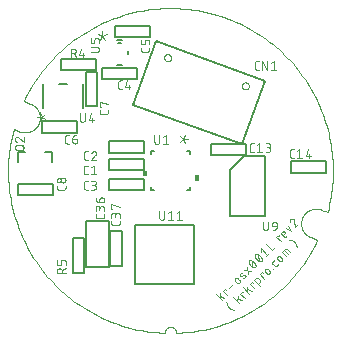
<source format=gto>
G75*
%MOIN*%
%OFA0B0*%
%FSLAX25Y25*%
%IPPOS*%
%LPD*%
%AMOC8*
5,1,8,0,0,1.08239X$1,22.5*
%
%ADD10C,0.00004*%
%ADD11C,0.00000*%
%ADD12C,0.00300*%
%ADD13C,0.00600*%
%ADD14C,0.00500*%
%ADD15C,0.00100*%
%ADD16C,0.00800*%
D10*
X0053807Y0001002D02*
X0053811Y0001089D01*
X0053818Y0001176D01*
X0053829Y0001263D01*
X0053845Y0001349D01*
X0053863Y0001434D01*
X0053886Y0001518D01*
X0053912Y0001602D01*
X0053942Y0001684D01*
X0053976Y0001764D01*
X0054013Y0001843D01*
X0054054Y0001921D01*
X0054098Y0001996D01*
X0054145Y0002069D01*
X0054196Y0002141D01*
X0054249Y0002210D01*
X0054306Y0002276D01*
X0054366Y0002340D01*
X0054428Y0002401D01*
X0054493Y0002459D01*
X0054560Y0002515D01*
X0054630Y0002567D01*
X0054702Y0002617D01*
X0054777Y0002663D01*
X0054853Y0002705D01*
X0054931Y0002744D01*
X0055011Y0002780D01*
X0055092Y0002812D01*
X0055174Y0002841D01*
X0055258Y0002866D01*
X0055343Y0002887D01*
X0055428Y0002904D01*
X0055515Y0002918D01*
X0055602Y0002927D01*
X0055689Y0002933D01*
X0055776Y0002935D01*
X0055863Y0002933D01*
X0055950Y0002927D01*
X0056037Y0002918D01*
X0056124Y0002904D01*
X0056209Y0002887D01*
X0056294Y0002866D01*
X0056378Y0002841D01*
X0056460Y0002812D01*
X0056541Y0002780D01*
X0056621Y0002744D01*
X0056699Y0002705D01*
X0056775Y0002663D01*
X0056850Y0002617D01*
X0056922Y0002567D01*
X0056992Y0002515D01*
X0057059Y0002459D01*
X0057124Y0002401D01*
X0057186Y0002340D01*
X0057246Y0002276D01*
X0057303Y0002210D01*
X0057356Y0002141D01*
X0057407Y0002069D01*
X0057454Y0001996D01*
X0057498Y0001921D01*
X0057539Y0001843D01*
X0057576Y0001764D01*
X0057610Y0001684D01*
X0057640Y0001602D01*
X0057666Y0001518D01*
X0057689Y0001434D01*
X0057707Y0001349D01*
X0057723Y0001263D01*
X0057734Y0001176D01*
X0057741Y0001089D01*
X0057745Y0001002D01*
X0102557Y0032836D02*
X0104751Y0032037D01*
X0102557Y0032836D02*
X0102427Y0032885D01*
X0102298Y0032938D01*
X0102171Y0032995D01*
X0102045Y0033056D01*
X0101922Y0033119D01*
X0101800Y0033187D01*
X0101680Y0033258D01*
X0101562Y0033332D01*
X0101446Y0033409D01*
X0101333Y0033490D01*
X0101221Y0033574D01*
X0101113Y0033661D01*
X0101006Y0033751D01*
X0100903Y0033844D01*
X0100802Y0033940D01*
X0100703Y0034038D01*
X0100608Y0034140D01*
X0100515Y0034244D01*
X0100426Y0034351D01*
X0100339Y0034460D01*
X0100256Y0034571D01*
X0100176Y0034685D01*
X0100099Y0034801D01*
X0100025Y0034920D01*
X0099955Y0035040D01*
X0099888Y0035162D01*
X0099825Y0035286D01*
X0099765Y0035412D01*
X0099709Y0035539D01*
X0099657Y0035668D01*
X0099608Y0035799D01*
X0099563Y0035930D01*
X0099521Y0036063D01*
X0099484Y0036198D01*
X0099450Y0036333D01*
X0099420Y0036469D01*
X0099394Y0036605D01*
X0099372Y0036743D01*
X0099353Y0036881D01*
X0099339Y0037020D01*
X0099328Y0037158D01*
X0099322Y0037298D01*
X0099319Y0037437D01*
X0099320Y0037576D01*
X0099326Y0037715D01*
X0099335Y0037854D01*
X0099348Y0037993D01*
X0099365Y0038131D01*
X0099386Y0038269D01*
X0099411Y0038406D01*
X0099439Y0038542D01*
X0099472Y0038678D01*
X0099508Y0038812D01*
X0099549Y0038945D01*
X0099592Y0039077D01*
X0099640Y0039208D01*
X0099691Y0039338D01*
X0099746Y0039466D01*
X0099805Y0039592D01*
X0099867Y0039717D01*
X0099933Y0039840D01*
X0100002Y0039961D01*
X0100074Y0040080D01*
X0100150Y0040196D01*
X0100229Y0040311D01*
X0100311Y0040423D01*
X0100397Y0040533D01*
X0100485Y0040641D01*
X0100577Y0040746D01*
X0100671Y0040848D01*
X0100769Y0040948D01*
X0100869Y0041045D01*
X0100971Y0041139D01*
X0101077Y0041230D01*
X0101185Y0041318D01*
X0101295Y0041403D01*
X0101408Y0041484D01*
X0101523Y0041563D01*
X0101640Y0041638D01*
X0101759Y0041710D01*
X0101881Y0041779D01*
X0102004Y0041844D01*
X0102129Y0041905D01*
X0102255Y0041963D01*
X0102384Y0042017D01*
X0102513Y0042068D01*
X0102644Y0042115D01*
X0102777Y0042158D01*
X0102910Y0042198D01*
X0103045Y0042234D01*
X0103181Y0042266D01*
X0103317Y0042294D01*
X0103454Y0042318D01*
X0103592Y0042338D01*
X0103730Y0042355D01*
X0103869Y0042367D01*
X0104008Y0042376D01*
X0104147Y0042380D01*
X0104286Y0042381D01*
X0104426Y0042377D01*
X0104565Y0042370D01*
X0104704Y0042359D01*
X0104842Y0042344D01*
X0104980Y0042325D01*
X0105117Y0042302D01*
X0105254Y0042275D01*
X0105390Y0042245D01*
X0105525Y0042210D01*
X0105659Y0042172D01*
X0105792Y0042130D01*
X0105923Y0042084D01*
X0105923Y0042085D02*
X0108117Y0041286D01*
X0053808Y0001002D02*
X0052498Y0001065D01*
X0051190Y0001161D01*
X0049885Y0001287D01*
X0048583Y0001446D01*
X0047286Y0001636D01*
X0045994Y0001857D01*
X0044707Y0002110D01*
X0043427Y0002393D01*
X0042154Y0002708D01*
X0040889Y0003053D01*
X0039633Y0003429D01*
X0038386Y0003835D01*
X0037149Y0004271D01*
X0035924Y0004737D01*
X0034710Y0005233D01*
X0033508Y0005758D01*
X0032320Y0006312D01*
X0031145Y0006894D01*
X0029985Y0007505D01*
X0028840Y0008143D01*
X0027710Y0008810D01*
X0026597Y0009503D01*
X0025501Y0010223D01*
X0024423Y0010969D01*
X0023364Y0011742D01*
X0022323Y0012540D01*
X0021302Y0013362D01*
X0020301Y0014209D01*
X0019321Y0015081D01*
X0018363Y0015975D01*
X0017426Y0016893D01*
X0016512Y0017833D01*
X0015621Y0018795D01*
X0014753Y0019778D01*
X0013910Y0020782D01*
X0013091Y0021806D01*
X0012297Y0022850D01*
X0011529Y0023912D01*
X0010786Y0024993D01*
X0010070Y0026091D01*
X0009381Y0027207D01*
X0008719Y0028339D01*
X0008085Y0029486D01*
X0007479Y0030649D01*
X0006901Y0031826D01*
X0006351Y0033016D01*
X0005831Y0034220D01*
X0005340Y0035436D01*
X0004878Y0036663D01*
X0004447Y0037901D01*
X0004045Y0039150D01*
X0003674Y0040407D01*
X0003334Y0041673D01*
X0003024Y0042947D01*
X0002745Y0044229D01*
X0002497Y0045516D01*
X0002281Y0046809D01*
X0002096Y0048108D01*
X0001942Y0049410D01*
X0001820Y0050715D01*
X0001729Y0052023D01*
X0001671Y0053333D01*
X0001644Y0054644D01*
X0001649Y0055955D01*
X0001685Y0057266D01*
X0001754Y0058576D01*
X0001854Y0059883D01*
X0001985Y0061188D01*
X0002149Y0062489D01*
X0002343Y0063785D01*
X0002569Y0065077D01*
X0002827Y0066363D01*
X0003115Y0067642D01*
X0003434Y0068914D01*
X0005628Y0068115D01*
X0005628Y0068116D02*
X0005759Y0068070D01*
X0005892Y0068028D01*
X0006026Y0067990D01*
X0006161Y0067955D01*
X0006297Y0067925D01*
X0006434Y0067898D01*
X0006571Y0067875D01*
X0006709Y0067856D01*
X0006847Y0067841D01*
X0006986Y0067830D01*
X0007125Y0067823D01*
X0007265Y0067819D01*
X0007404Y0067820D01*
X0007543Y0067824D01*
X0007682Y0067833D01*
X0007821Y0067845D01*
X0007959Y0067862D01*
X0008097Y0067882D01*
X0008234Y0067906D01*
X0008370Y0067934D01*
X0008506Y0067966D01*
X0008641Y0068002D01*
X0008774Y0068042D01*
X0008907Y0068085D01*
X0009038Y0068132D01*
X0009167Y0068183D01*
X0009296Y0068237D01*
X0009422Y0068295D01*
X0009547Y0068356D01*
X0009670Y0068421D01*
X0009792Y0068490D01*
X0009911Y0068562D01*
X0010028Y0068637D01*
X0010143Y0068716D01*
X0010256Y0068797D01*
X0010366Y0068882D01*
X0010474Y0068970D01*
X0010580Y0069061D01*
X0010682Y0069155D01*
X0010782Y0069252D01*
X0010880Y0069352D01*
X0010974Y0069454D01*
X0011066Y0069559D01*
X0011154Y0069667D01*
X0011240Y0069777D01*
X0011322Y0069889D01*
X0011401Y0070004D01*
X0011477Y0070120D01*
X0011549Y0070239D01*
X0011618Y0070360D01*
X0011684Y0070483D01*
X0011746Y0070608D01*
X0011805Y0070734D01*
X0011860Y0070862D01*
X0011911Y0070992D01*
X0011959Y0071123D01*
X0012002Y0071255D01*
X0012043Y0071388D01*
X0012079Y0071522D01*
X0012112Y0071658D01*
X0012140Y0071794D01*
X0012165Y0071931D01*
X0012186Y0072069D01*
X0012203Y0072207D01*
X0012216Y0072346D01*
X0012225Y0072485D01*
X0012231Y0072624D01*
X0012232Y0072763D01*
X0012229Y0072902D01*
X0012223Y0073042D01*
X0012212Y0073180D01*
X0012198Y0073319D01*
X0012179Y0073457D01*
X0012157Y0073595D01*
X0012131Y0073731D01*
X0012101Y0073867D01*
X0012067Y0074002D01*
X0012030Y0074137D01*
X0011988Y0074270D01*
X0011943Y0074401D01*
X0011894Y0074532D01*
X0011842Y0074661D01*
X0011786Y0074788D01*
X0011726Y0074914D01*
X0011663Y0075038D01*
X0011596Y0075160D01*
X0011526Y0075280D01*
X0011452Y0075399D01*
X0011375Y0075515D01*
X0011295Y0075629D01*
X0011212Y0075740D01*
X0011125Y0075849D01*
X0011036Y0075956D01*
X0010943Y0076060D01*
X0010848Y0076162D01*
X0010749Y0076260D01*
X0010648Y0076356D01*
X0010545Y0076449D01*
X0010438Y0076539D01*
X0010330Y0076626D01*
X0010218Y0076710D01*
X0010105Y0076791D01*
X0009989Y0076868D01*
X0009871Y0076942D01*
X0009751Y0077013D01*
X0009629Y0077081D01*
X0009506Y0077144D01*
X0009380Y0077205D01*
X0009253Y0077262D01*
X0009124Y0077315D01*
X0008994Y0077364D01*
X0006800Y0078163D01*
X0007379Y0079354D01*
X0007986Y0080530D01*
X0008623Y0081691D01*
X0009287Y0082837D01*
X0009979Y0083965D01*
X0010699Y0085077D01*
X0011445Y0086170D01*
X0012219Y0087245D01*
X0013018Y0088301D01*
X0013843Y0089337D01*
X0014692Y0090352D01*
X0015567Y0091346D01*
X0016465Y0092319D01*
X0017387Y0093269D01*
X0018332Y0094196D01*
X0019299Y0095100D01*
X0020289Y0095981D01*
X0021299Y0096836D01*
X0022330Y0097667D01*
X0023381Y0098472D01*
X0024451Y0099251D01*
X0025541Y0100004D01*
X0026648Y0100730D01*
X0027773Y0101429D01*
X0028914Y0102100D01*
X0030071Y0102743D01*
X0031244Y0103357D01*
X0032432Y0103943D01*
X0033633Y0104499D01*
X0034848Y0105026D01*
X0036075Y0105523D01*
X0037314Y0105990D01*
X0038564Y0106426D01*
X0039825Y0106832D01*
X0041095Y0107206D01*
X0042373Y0107550D01*
X0043660Y0107862D01*
X0044954Y0108142D01*
X0046255Y0108391D01*
X0047561Y0108608D01*
X0048872Y0108793D01*
X0050187Y0108946D01*
X0051506Y0109066D01*
X0052827Y0109155D01*
X0054149Y0109211D01*
X0055473Y0109234D01*
X0056797Y0109225D01*
X0058121Y0109184D01*
X0059443Y0109111D01*
X0060763Y0109005D01*
X0062079Y0108867D01*
X0063392Y0108697D01*
X0064701Y0108494D01*
X0066004Y0108260D01*
X0067301Y0107994D01*
X0068591Y0107696D01*
X0069874Y0107367D01*
X0071148Y0107007D01*
X0072413Y0106615D01*
X0073667Y0106193D01*
X0074912Y0105740D01*
X0076144Y0105257D01*
X0077365Y0104744D01*
X0078573Y0104201D01*
X0079767Y0103629D01*
X0080946Y0103028D01*
X0082111Y0102398D01*
X0083260Y0101739D01*
X0084392Y0101053D01*
X0085507Y0100340D01*
X0086605Y0099599D01*
X0087684Y0098832D01*
X0088744Y0098038D01*
X0089784Y0097219D01*
X0090804Y0096375D01*
X0091803Y0095506D01*
X0092780Y0094613D01*
X0093736Y0093696D01*
X0094668Y0092756D01*
X0095577Y0091793D01*
X0096463Y0090809D01*
X0097324Y0089803D01*
X0098160Y0088777D01*
X0098971Y0087730D01*
X0099756Y0086664D01*
X0100515Y0085579D01*
X0101247Y0084476D01*
X0101952Y0083355D01*
X0102629Y0082217D01*
X0103278Y0081063D01*
X0103899Y0079894D01*
X0104491Y0078709D01*
X0105054Y0077511D01*
X0105587Y0076299D01*
X0106091Y0075074D01*
X0106564Y0073838D01*
X0107007Y0072590D01*
X0107419Y0071332D01*
X0107801Y0070064D01*
X0108151Y0068787D01*
X0108470Y0067502D01*
X0108758Y0066210D01*
X0109014Y0064911D01*
X0109238Y0063606D01*
X0109430Y0062296D01*
X0109590Y0060981D01*
X0109717Y0059663D01*
X0109813Y0058343D01*
X0109876Y0057020D01*
X0109907Y0055697D01*
X0109905Y0054373D01*
X0109871Y0053049D01*
X0109805Y0051727D01*
X0109706Y0050406D01*
X0109575Y0049089D01*
X0109412Y0047775D01*
X0109217Y0046465D01*
X0108990Y0045161D01*
X0108731Y0043862D01*
X0108440Y0042571D01*
X0108118Y0041286D01*
D11*
X0079527Y0083310D02*
X0079529Y0083379D01*
X0079535Y0083447D01*
X0079545Y0083515D01*
X0079559Y0083582D01*
X0079577Y0083649D01*
X0079598Y0083714D01*
X0079624Y0083778D01*
X0079653Y0083840D01*
X0079685Y0083900D01*
X0079721Y0083959D01*
X0079761Y0084015D01*
X0079803Y0084069D01*
X0079849Y0084120D01*
X0079898Y0084169D01*
X0079949Y0084215D01*
X0080003Y0084257D01*
X0080059Y0084297D01*
X0080117Y0084333D01*
X0080178Y0084365D01*
X0080240Y0084394D01*
X0080304Y0084420D01*
X0080369Y0084441D01*
X0080436Y0084459D01*
X0080503Y0084473D01*
X0080571Y0084483D01*
X0080639Y0084489D01*
X0080708Y0084491D01*
X0080777Y0084489D01*
X0080845Y0084483D01*
X0080913Y0084473D01*
X0080980Y0084459D01*
X0081047Y0084441D01*
X0081112Y0084420D01*
X0081176Y0084394D01*
X0081238Y0084365D01*
X0081298Y0084333D01*
X0081357Y0084297D01*
X0081413Y0084257D01*
X0081467Y0084215D01*
X0081518Y0084169D01*
X0081567Y0084120D01*
X0081613Y0084069D01*
X0081655Y0084015D01*
X0081695Y0083959D01*
X0081731Y0083900D01*
X0081763Y0083840D01*
X0081792Y0083778D01*
X0081818Y0083714D01*
X0081839Y0083649D01*
X0081857Y0083582D01*
X0081871Y0083515D01*
X0081881Y0083447D01*
X0081887Y0083379D01*
X0081889Y0083310D01*
X0081887Y0083241D01*
X0081881Y0083173D01*
X0081871Y0083105D01*
X0081857Y0083038D01*
X0081839Y0082971D01*
X0081818Y0082906D01*
X0081792Y0082842D01*
X0081763Y0082780D01*
X0081731Y0082719D01*
X0081695Y0082661D01*
X0081655Y0082605D01*
X0081613Y0082551D01*
X0081567Y0082500D01*
X0081518Y0082451D01*
X0081467Y0082405D01*
X0081413Y0082363D01*
X0081357Y0082323D01*
X0081299Y0082287D01*
X0081238Y0082255D01*
X0081176Y0082226D01*
X0081112Y0082200D01*
X0081047Y0082179D01*
X0080980Y0082161D01*
X0080913Y0082147D01*
X0080845Y0082137D01*
X0080777Y0082131D01*
X0080708Y0082129D01*
X0080639Y0082131D01*
X0080571Y0082137D01*
X0080503Y0082147D01*
X0080436Y0082161D01*
X0080369Y0082179D01*
X0080304Y0082200D01*
X0080240Y0082226D01*
X0080178Y0082255D01*
X0080117Y0082287D01*
X0080059Y0082323D01*
X0080003Y0082363D01*
X0079949Y0082405D01*
X0079898Y0082451D01*
X0079849Y0082500D01*
X0079803Y0082551D01*
X0079761Y0082605D01*
X0079721Y0082661D01*
X0079685Y0082719D01*
X0079653Y0082780D01*
X0079624Y0082842D01*
X0079598Y0082906D01*
X0079577Y0082971D01*
X0079559Y0083038D01*
X0079545Y0083105D01*
X0079535Y0083173D01*
X0079529Y0083241D01*
X0079527Y0083310D01*
X0053630Y0092736D02*
X0053632Y0092805D01*
X0053638Y0092873D01*
X0053648Y0092941D01*
X0053662Y0093008D01*
X0053680Y0093075D01*
X0053701Y0093140D01*
X0053727Y0093204D01*
X0053756Y0093266D01*
X0053788Y0093326D01*
X0053824Y0093385D01*
X0053864Y0093441D01*
X0053906Y0093495D01*
X0053952Y0093546D01*
X0054001Y0093595D01*
X0054052Y0093641D01*
X0054106Y0093683D01*
X0054162Y0093723D01*
X0054220Y0093759D01*
X0054281Y0093791D01*
X0054343Y0093820D01*
X0054407Y0093846D01*
X0054472Y0093867D01*
X0054539Y0093885D01*
X0054606Y0093899D01*
X0054674Y0093909D01*
X0054742Y0093915D01*
X0054811Y0093917D01*
X0054880Y0093915D01*
X0054948Y0093909D01*
X0055016Y0093899D01*
X0055083Y0093885D01*
X0055150Y0093867D01*
X0055215Y0093846D01*
X0055279Y0093820D01*
X0055341Y0093791D01*
X0055401Y0093759D01*
X0055460Y0093723D01*
X0055516Y0093683D01*
X0055570Y0093641D01*
X0055621Y0093595D01*
X0055670Y0093546D01*
X0055716Y0093495D01*
X0055758Y0093441D01*
X0055798Y0093385D01*
X0055834Y0093326D01*
X0055866Y0093266D01*
X0055895Y0093204D01*
X0055921Y0093140D01*
X0055942Y0093075D01*
X0055960Y0093008D01*
X0055974Y0092941D01*
X0055984Y0092873D01*
X0055990Y0092805D01*
X0055992Y0092736D01*
X0055990Y0092667D01*
X0055984Y0092599D01*
X0055974Y0092531D01*
X0055960Y0092464D01*
X0055942Y0092397D01*
X0055921Y0092332D01*
X0055895Y0092268D01*
X0055866Y0092206D01*
X0055834Y0092145D01*
X0055798Y0092087D01*
X0055758Y0092031D01*
X0055716Y0091977D01*
X0055670Y0091926D01*
X0055621Y0091877D01*
X0055570Y0091831D01*
X0055516Y0091789D01*
X0055460Y0091749D01*
X0055402Y0091713D01*
X0055341Y0091681D01*
X0055279Y0091652D01*
X0055215Y0091626D01*
X0055150Y0091605D01*
X0055083Y0091587D01*
X0055016Y0091573D01*
X0054948Y0091563D01*
X0054880Y0091557D01*
X0054811Y0091555D01*
X0054742Y0091557D01*
X0054674Y0091563D01*
X0054606Y0091573D01*
X0054539Y0091587D01*
X0054472Y0091605D01*
X0054407Y0091626D01*
X0054343Y0091652D01*
X0054281Y0091681D01*
X0054220Y0091713D01*
X0054162Y0091749D01*
X0054106Y0091789D01*
X0054052Y0091831D01*
X0054001Y0091877D01*
X0053952Y0091926D01*
X0053906Y0091977D01*
X0053864Y0092031D01*
X0053824Y0092087D01*
X0053788Y0092145D01*
X0053756Y0092206D01*
X0053727Y0092268D01*
X0053701Y0092332D01*
X0053680Y0092397D01*
X0053662Y0092464D01*
X0053648Y0092531D01*
X0053638Y0092599D01*
X0053632Y0092667D01*
X0053630Y0092736D01*
X0104750Y0032037D02*
X0104175Y0030853D01*
X0103571Y0029683D01*
X0102939Y0028529D01*
X0102279Y0027390D01*
X0101591Y0026267D01*
X0100877Y0025161D01*
X0100136Y0024074D01*
X0099368Y0023004D01*
X0098575Y0021954D01*
X0097756Y0020923D01*
X0096913Y0019912D01*
X0096045Y0018922D01*
X0095153Y0017954D01*
X0094238Y0017007D01*
X0093301Y0016083D01*
X0092341Y0015182D01*
X0091359Y0014305D01*
X0090357Y0013452D01*
X0089334Y0012623D01*
X0088291Y0011820D01*
X0087229Y0011042D01*
X0086148Y0010290D01*
X0085050Y0009565D01*
X0083934Y0008866D01*
X0082801Y0008195D01*
X0081653Y0007552D01*
X0080489Y0006937D01*
X0079311Y0006350D01*
X0078118Y0005792D01*
X0076913Y0005263D01*
X0075695Y0004764D01*
X0074465Y0004295D01*
X0073224Y0003855D01*
X0071973Y0003446D01*
X0070712Y0003068D01*
X0069442Y0002720D01*
X0068165Y0002403D01*
X0066880Y0002117D01*
X0065588Y0001863D01*
X0064291Y0001640D01*
X0062988Y0001449D01*
X0061681Y0001289D01*
X0060371Y0001161D01*
X0059058Y0001066D01*
X0057743Y0001002D01*
D12*
X0017942Y0020860D02*
X0017942Y0021666D01*
X0017944Y0021721D01*
X0017950Y0021776D01*
X0017959Y0021830D01*
X0017972Y0021883D01*
X0017989Y0021936D01*
X0018009Y0021987D01*
X0018032Y0022037D01*
X0018059Y0022085D01*
X0018090Y0022131D01*
X0018123Y0022175D01*
X0018159Y0022216D01*
X0018198Y0022255D01*
X0018239Y0022291D01*
X0018283Y0022324D01*
X0018329Y0022355D01*
X0018377Y0022382D01*
X0018427Y0022405D01*
X0018478Y0022425D01*
X0018531Y0022442D01*
X0018584Y0022455D01*
X0018638Y0022464D01*
X0018693Y0022470D01*
X0018748Y0022472D01*
X0018803Y0022470D01*
X0018858Y0022464D01*
X0018912Y0022455D01*
X0018965Y0022442D01*
X0019018Y0022425D01*
X0019069Y0022405D01*
X0019119Y0022382D01*
X0019167Y0022355D01*
X0019213Y0022324D01*
X0019257Y0022291D01*
X0019298Y0022255D01*
X0019337Y0022216D01*
X0019373Y0022175D01*
X0019406Y0022131D01*
X0019437Y0022085D01*
X0019464Y0022037D01*
X0019487Y0021987D01*
X0019507Y0021936D01*
X0019524Y0021883D01*
X0019537Y0021830D01*
X0019546Y0021776D01*
X0019552Y0021721D01*
X0019554Y0021666D01*
X0019553Y0021666D02*
X0019553Y0020860D01*
X0019553Y0021827D02*
X0020842Y0022471D01*
X0020842Y0023720D02*
X0020842Y0024687D01*
X0020840Y0024735D01*
X0020835Y0024783D01*
X0020826Y0024830D01*
X0020813Y0024877D01*
X0020797Y0024922D01*
X0020778Y0024966D01*
X0020756Y0025009D01*
X0020730Y0025050D01*
X0020701Y0025089D01*
X0020670Y0025125D01*
X0020636Y0025159D01*
X0020600Y0025190D01*
X0020561Y0025219D01*
X0020520Y0025245D01*
X0020477Y0025267D01*
X0020433Y0025286D01*
X0020388Y0025302D01*
X0020341Y0025315D01*
X0020294Y0025324D01*
X0020246Y0025329D01*
X0020198Y0025331D01*
X0019875Y0025331D01*
X0019824Y0025329D01*
X0019774Y0025323D01*
X0019725Y0025313D01*
X0019676Y0025299D01*
X0019629Y0025282D01*
X0019583Y0025261D01*
X0019539Y0025236D01*
X0019496Y0025208D01*
X0019457Y0025177D01*
X0019420Y0025142D01*
X0019385Y0025105D01*
X0019354Y0025066D01*
X0019326Y0025023D01*
X0019301Y0024979D01*
X0019280Y0024933D01*
X0019263Y0024886D01*
X0019249Y0024837D01*
X0019239Y0024788D01*
X0019233Y0024738D01*
X0019231Y0024687D01*
X0019231Y0023720D01*
X0017942Y0023720D01*
X0017942Y0025331D01*
X0017942Y0020860D02*
X0020842Y0020860D01*
X0036697Y0037002D02*
X0038308Y0037002D01*
X0038356Y0037004D01*
X0038404Y0037009D01*
X0038451Y0037018D01*
X0038498Y0037031D01*
X0038543Y0037047D01*
X0038587Y0037066D01*
X0038630Y0037088D01*
X0038671Y0037114D01*
X0038710Y0037143D01*
X0038746Y0037174D01*
X0038780Y0037208D01*
X0038811Y0037244D01*
X0038840Y0037283D01*
X0038866Y0037324D01*
X0038888Y0037367D01*
X0038907Y0037411D01*
X0038923Y0037456D01*
X0038936Y0037503D01*
X0038945Y0037550D01*
X0038950Y0037598D01*
X0038952Y0037646D01*
X0038952Y0038291D01*
X0038952Y0039411D02*
X0038952Y0040217D01*
X0038953Y0040217D02*
X0038951Y0040272D01*
X0038945Y0040327D01*
X0038936Y0040381D01*
X0038923Y0040434D01*
X0038906Y0040487D01*
X0038886Y0040538D01*
X0038863Y0040588D01*
X0038836Y0040636D01*
X0038805Y0040682D01*
X0038772Y0040726D01*
X0038736Y0040767D01*
X0038697Y0040806D01*
X0038656Y0040842D01*
X0038612Y0040875D01*
X0038566Y0040906D01*
X0038518Y0040933D01*
X0038468Y0040956D01*
X0038417Y0040976D01*
X0038364Y0040993D01*
X0038311Y0041006D01*
X0038257Y0041015D01*
X0038202Y0041021D01*
X0038147Y0041023D01*
X0038092Y0041021D01*
X0038037Y0041015D01*
X0037983Y0041006D01*
X0037930Y0040993D01*
X0037877Y0040976D01*
X0037826Y0040956D01*
X0037776Y0040933D01*
X0037728Y0040906D01*
X0037682Y0040875D01*
X0037638Y0040842D01*
X0037597Y0040806D01*
X0037558Y0040767D01*
X0037522Y0040726D01*
X0037489Y0040682D01*
X0037458Y0040636D01*
X0037431Y0040588D01*
X0037408Y0040538D01*
X0037388Y0040487D01*
X0037371Y0040434D01*
X0037358Y0040381D01*
X0037349Y0040327D01*
X0037343Y0040272D01*
X0037341Y0040217D01*
X0037341Y0040378D02*
X0037341Y0039733D01*
X0037341Y0040378D02*
X0037339Y0040427D01*
X0037333Y0040476D01*
X0037324Y0040525D01*
X0037311Y0040572D01*
X0037294Y0040619D01*
X0037274Y0040664D01*
X0037251Y0040707D01*
X0037224Y0040749D01*
X0037194Y0040788D01*
X0037161Y0040825D01*
X0037125Y0040859D01*
X0037087Y0040890D01*
X0037047Y0040919D01*
X0037005Y0040944D01*
X0036960Y0040966D01*
X0036915Y0040984D01*
X0036868Y0040999D01*
X0036820Y0041010D01*
X0036771Y0041018D01*
X0036722Y0041022D01*
X0036672Y0041022D01*
X0036623Y0041018D01*
X0036574Y0041010D01*
X0036526Y0040999D01*
X0036479Y0040984D01*
X0036434Y0040966D01*
X0036389Y0040944D01*
X0036347Y0040919D01*
X0036307Y0040890D01*
X0036269Y0040859D01*
X0036233Y0040825D01*
X0036200Y0040788D01*
X0036170Y0040749D01*
X0036143Y0040707D01*
X0036120Y0040664D01*
X0036100Y0040619D01*
X0036083Y0040572D01*
X0036070Y0040525D01*
X0036061Y0040476D01*
X0036055Y0040427D01*
X0036053Y0040378D01*
X0036052Y0040378D02*
X0036052Y0039411D01*
X0036052Y0038291D02*
X0036052Y0037646D01*
X0036053Y0037646D02*
X0036055Y0037595D01*
X0036061Y0037545D01*
X0036071Y0037496D01*
X0036085Y0037447D01*
X0036102Y0037400D01*
X0036123Y0037354D01*
X0036148Y0037309D01*
X0036176Y0037267D01*
X0036207Y0037228D01*
X0036242Y0037191D01*
X0036279Y0037156D01*
X0036318Y0037125D01*
X0036361Y0037097D01*
X0036405Y0037072D01*
X0036451Y0037051D01*
X0036498Y0037034D01*
X0036547Y0037020D01*
X0036596Y0037010D01*
X0036646Y0037004D01*
X0036697Y0037002D01*
X0033696Y0039871D02*
X0033696Y0040515D01*
X0033696Y0039871D02*
X0033694Y0039823D01*
X0033689Y0039775D01*
X0033680Y0039728D01*
X0033667Y0039681D01*
X0033651Y0039636D01*
X0033632Y0039592D01*
X0033610Y0039549D01*
X0033584Y0039508D01*
X0033555Y0039469D01*
X0033524Y0039433D01*
X0033490Y0039399D01*
X0033454Y0039368D01*
X0033415Y0039339D01*
X0033374Y0039313D01*
X0033331Y0039291D01*
X0033287Y0039272D01*
X0033242Y0039256D01*
X0033195Y0039243D01*
X0033148Y0039234D01*
X0033100Y0039229D01*
X0033052Y0039227D01*
X0033052Y0039226D02*
X0031441Y0039226D01*
X0031441Y0039227D02*
X0031390Y0039229D01*
X0031340Y0039235D01*
X0031291Y0039245D01*
X0031242Y0039259D01*
X0031195Y0039276D01*
X0031149Y0039297D01*
X0031105Y0039322D01*
X0031062Y0039350D01*
X0031023Y0039381D01*
X0030986Y0039416D01*
X0030951Y0039453D01*
X0030920Y0039492D01*
X0030892Y0039534D01*
X0030867Y0039579D01*
X0030846Y0039625D01*
X0030829Y0039672D01*
X0030815Y0039721D01*
X0030805Y0039770D01*
X0030799Y0039820D01*
X0030797Y0039871D01*
X0030796Y0039871D02*
X0030796Y0040515D01*
X0030796Y0041635D02*
X0030796Y0042602D01*
X0030797Y0042602D02*
X0030799Y0042651D01*
X0030805Y0042700D01*
X0030814Y0042749D01*
X0030827Y0042796D01*
X0030844Y0042843D01*
X0030864Y0042888D01*
X0030887Y0042931D01*
X0030914Y0042973D01*
X0030944Y0043012D01*
X0030977Y0043049D01*
X0031013Y0043083D01*
X0031051Y0043114D01*
X0031091Y0043143D01*
X0031133Y0043168D01*
X0031178Y0043190D01*
X0031223Y0043208D01*
X0031270Y0043223D01*
X0031318Y0043234D01*
X0031367Y0043242D01*
X0031416Y0043246D01*
X0031466Y0043246D01*
X0031515Y0043242D01*
X0031564Y0043234D01*
X0031612Y0043223D01*
X0031659Y0043208D01*
X0031704Y0043190D01*
X0031749Y0043168D01*
X0031791Y0043143D01*
X0031831Y0043114D01*
X0031869Y0043083D01*
X0031905Y0043049D01*
X0031938Y0043012D01*
X0031968Y0042973D01*
X0031995Y0042931D01*
X0032018Y0042888D01*
X0032038Y0042843D01*
X0032055Y0042796D01*
X0032068Y0042749D01*
X0032077Y0042700D01*
X0032083Y0042651D01*
X0032085Y0042602D01*
X0032085Y0041958D01*
X0032085Y0042441D02*
X0032087Y0042496D01*
X0032093Y0042551D01*
X0032102Y0042605D01*
X0032115Y0042658D01*
X0032132Y0042711D01*
X0032152Y0042762D01*
X0032175Y0042812D01*
X0032202Y0042860D01*
X0032233Y0042906D01*
X0032266Y0042950D01*
X0032302Y0042991D01*
X0032341Y0043030D01*
X0032382Y0043066D01*
X0032426Y0043099D01*
X0032472Y0043130D01*
X0032520Y0043157D01*
X0032570Y0043180D01*
X0032621Y0043200D01*
X0032674Y0043217D01*
X0032727Y0043230D01*
X0032781Y0043239D01*
X0032836Y0043245D01*
X0032891Y0043247D01*
X0032946Y0043245D01*
X0033001Y0043239D01*
X0033055Y0043230D01*
X0033108Y0043217D01*
X0033161Y0043200D01*
X0033212Y0043180D01*
X0033262Y0043157D01*
X0033310Y0043130D01*
X0033356Y0043099D01*
X0033400Y0043066D01*
X0033441Y0043030D01*
X0033480Y0042991D01*
X0033516Y0042950D01*
X0033549Y0042906D01*
X0033580Y0042860D01*
X0033607Y0042812D01*
X0033630Y0042762D01*
X0033650Y0042711D01*
X0033667Y0042658D01*
X0033680Y0042605D01*
X0033689Y0042551D01*
X0033695Y0042496D01*
X0033697Y0042441D01*
X0033696Y0042441D02*
X0033696Y0041635D01*
X0036052Y0042291D02*
X0036052Y0043902D01*
X0038952Y0043097D01*
X0036375Y0042291D02*
X0036052Y0042291D01*
X0032891Y0044516D02*
X0032085Y0044516D01*
X0032085Y0045482D01*
X0032085Y0044515D02*
X0032015Y0044517D01*
X0031946Y0044523D01*
X0031876Y0044532D01*
X0031808Y0044545D01*
X0031740Y0044562D01*
X0031673Y0044582D01*
X0031608Y0044607D01*
X0031544Y0044634D01*
X0031481Y0044665D01*
X0031420Y0044700D01*
X0031362Y0044737D01*
X0031305Y0044778D01*
X0031251Y0044822D01*
X0031199Y0044868D01*
X0031149Y0044918D01*
X0031103Y0044970D01*
X0031059Y0045024D01*
X0031018Y0045081D01*
X0030981Y0045139D01*
X0030946Y0045200D01*
X0030915Y0045263D01*
X0030888Y0045327D01*
X0030863Y0045392D01*
X0030843Y0045459D01*
X0030826Y0045527D01*
X0030813Y0045595D01*
X0030804Y0045665D01*
X0030798Y0045734D01*
X0030796Y0045804D01*
X0032086Y0045482D02*
X0032088Y0045530D01*
X0032093Y0045578D01*
X0032102Y0045625D01*
X0032115Y0045672D01*
X0032131Y0045717D01*
X0032150Y0045761D01*
X0032172Y0045804D01*
X0032198Y0045845D01*
X0032227Y0045884D01*
X0032258Y0045920D01*
X0032292Y0045954D01*
X0032328Y0045986D01*
X0032367Y0046014D01*
X0032408Y0046040D01*
X0032451Y0046062D01*
X0032495Y0046081D01*
X0032540Y0046097D01*
X0032587Y0046110D01*
X0032634Y0046119D01*
X0032682Y0046124D01*
X0032730Y0046126D01*
X0032730Y0046127D02*
X0032891Y0046127D01*
X0032946Y0046125D01*
X0033001Y0046119D01*
X0033055Y0046110D01*
X0033108Y0046097D01*
X0033161Y0046080D01*
X0033212Y0046060D01*
X0033262Y0046037D01*
X0033310Y0046010D01*
X0033356Y0045979D01*
X0033400Y0045946D01*
X0033441Y0045910D01*
X0033480Y0045871D01*
X0033516Y0045830D01*
X0033549Y0045786D01*
X0033580Y0045740D01*
X0033607Y0045692D01*
X0033630Y0045642D01*
X0033650Y0045591D01*
X0033667Y0045538D01*
X0033680Y0045485D01*
X0033689Y0045431D01*
X0033695Y0045376D01*
X0033697Y0045321D01*
X0033695Y0045266D01*
X0033689Y0045211D01*
X0033680Y0045157D01*
X0033667Y0045104D01*
X0033650Y0045051D01*
X0033630Y0045000D01*
X0033607Y0044950D01*
X0033580Y0044902D01*
X0033549Y0044856D01*
X0033516Y0044812D01*
X0033480Y0044771D01*
X0033441Y0044732D01*
X0033400Y0044696D01*
X0033356Y0044663D01*
X0033310Y0044632D01*
X0033262Y0044605D01*
X0033212Y0044582D01*
X0033161Y0044562D01*
X0033108Y0044545D01*
X0033055Y0044532D01*
X0033001Y0044523D01*
X0032946Y0044517D01*
X0032891Y0044515D01*
X0030155Y0048763D02*
X0029349Y0048763D01*
X0028229Y0048763D02*
X0027584Y0048763D01*
X0027536Y0048765D01*
X0027488Y0048770D01*
X0027441Y0048779D01*
X0027394Y0048792D01*
X0027349Y0048808D01*
X0027305Y0048827D01*
X0027262Y0048849D01*
X0027221Y0048875D01*
X0027182Y0048904D01*
X0027146Y0048935D01*
X0027112Y0048969D01*
X0027081Y0049005D01*
X0027052Y0049044D01*
X0027026Y0049085D01*
X0027004Y0049128D01*
X0026985Y0049172D01*
X0026969Y0049217D01*
X0026956Y0049264D01*
X0026947Y0049311D01*
X0026942Y0049359D01*
X0026940Y0049407D01*
X0026940Y0051018D01*
X0026942Y0051069D01*
X0026948Y0051119D01*
X0026958Y0051168D01*
X0026972Y0051217D01*
X0026989Y0051264D01*
X0027010Y0051310D01*
X0027035Y0051354D01*
X0027063Y0051397D01*
X0027094Y0051436D01*
X0027129Y0051473D01*
X0027166Y0051508D01*
X0027205Y0051539D01*
X0027248Y0051567D01*
X0027292Y0051592D01*
X0027338Y0051613D01*
X0027385Y0051630D01*
X0027434Y0051644D01*
X0027483Y0051654D01*
X0027533Y0051660D01*
X0027584Y0051662D01*
X0027584Y0051663D02*
X0028229Y0051663D01*
X0029349Y0051663D02*
X0030316Y0051663D01*
X0030316Y0051662D02*
X0030365Y0051660D01*
X0030414Y0051654D01*
X0030463Y0051645D01*
X0030510Y0051632D01*
X0030557Y0051615D01*
X0030602Y0051595D01*
X0030645Y0051572D01*
X0030687Y0051545D01*
X0030726Y0051515D01*
X0030763Y0051482D01*
X0030797Y0051446D01*
X0030828Y0051408D01*
X0030857Y0051368D01*
X0030882Y0051326D01*
X0030904Y0051281D01*
X0030922Y0051236D01*
X0030937Y0051189D01*
X0030948Y0051141D01*
X0030956Y0051092D01*
X0030960Y0051043D01*
X0030960Y0050993D01*
X0030956Y0050944D01*
X0030948Y0050895D01*
X0030937Y0050847D01*
X0030922Y0050800D01*
X0030904Y0050755D01*
X0030882Y0050710D01*
X0030857Y0050668D01*
X0030828Y0050628D01*
X0030797Y0050590D01*
X0030763Y0050554D01*
X0030726Y0050521D01*
X0030687Y0050491D01*
X0030645Y0050464D01*
X0030602Y0050441D01*
X0030557Y0050421D01*
X0030510Y0050404D01*
X0030463Y0050391D01*
X0030414Y0050382D01*
X0030365Y0050376D01*
X0030316Y0050374D01*
X0029671Y0050374D01*
X0030155Y0050374D02*
X0030210Y0050372D01*
X0030265Y0050366D01*
X0030319Y0050357D01*
X0030372Y0050344D01*
X0030425Y0050327D01*
X0030476Y0050307D01*
X0030526Y0050284D01*
X0030574Y0050257D01*
X0030620Y0050226D01*
X0030664Y0050193D01*
X0030705Y0050157D01*
X0030744Y0050118D01*
X0030780Y0050077D01*
X0030813Y0050033D01*
X0030844Y0049987D01*
X0030871Y0049939D01*
X0030894Y0049889D01*
X0030914Y0049838D01*
X0030931Y0049785D01*
X0030944Y0049732D01*
X0030953Y0049678D01*
X0030959Y0049623D01*
X0030961Y0049568D01*
X0030959Y0049513D01*
X0030953Y0049458D01*
X0030944Y0049404D01*
X0030931Y0049351D01*
X0030914Y0049298D01*
X0030894Y0049247D01*
X0030871Y0049197D01*
X0030844Y0049149D01*
X0030813Y0049103D01*
X0030780Y0049059D01*
X0030744Y0049018D01*
X0030705Y0048979D01*
X0030664Y0048943D01*
X0030620Y0048910D01*
X0030574Y0048879D01*
X0030526Y0048852D01*
X0030476Y0048829D01*
X0030425Y0048809D01*
X0030372Y0048792D01*
X0030319Y0048779D01*
X0030265Y0048770D01*
X0030210Y0048764D01*
X0030155Y0048762D01*
X0030155Y0053881D02*
X0030155Y0056781D01*
X0029349Y0056136D01*
X0028229Y0056781D02*
X0027584Y0056781D01*
X0027584Y0056780D02*
X0027533Y0056778D01*
X0027483Y0056772D01*
X0027434Y0056762D01*
X0027385Y0056748D01*
X0027338Y0056731D01*
X0027292Y0056710D01*
X0027248Y0056685D01*
X0027205Y0056657D01*
X0027166Y0056626D01*
X0027129Y0056591D01*
X0027094Y0056554D01*
X0027063Y0056515D01*
X0027035Y0056472D01*
X0027010Y0056428D01*
X0026989Y0056382D01*
X0026972Y0056335D01*
X0026958Y0056286D01*
X0026948Y0056237D01*
X0026942Y0056187D01*
X0026940Y0056136D01*
X0026940Y0054525D01*
X0026942Y0054477D01*
X0026947Y0054429D01*
X0026956Y0054382D01*
X0026969Y0054335D01*
X0026985Y0054290D01*
X0027004Y0054246D01*
X0027026Y0054203D01*
X0027052Y0054162D01*
X0027081Y0054123D01*
X0027112Y0054087D01*
X0027146Y0054053D01*
X0027182Y0054022D01*
X0027221Y0053993D01*
X0027262Y0053967D01*
X0027305Y0053945D01*
X0027349Y0053926D01*
X0027394Y0053910D01*
X0027441Y0053897D01*
X0027488Y0053888D01*
X0027536Y0053883D01*
X0027584Y0053881D01*
X0028229Y0053881D01*
X0029349Y0053881D02*
X0030960Y0053881D01*
X0030960Y0058605D02*
X0029349Y0058605D01*
X0030719Y0060216D01*
X0030235Y0061505D02*
X0030176Y0061503D01*
X0030118Y0061498D01*
X0030060Y0061488D01*
X0030003Y0061476D01*
X0029947Y0061459D01*
X0029892Y0061440D01*
X0029838Y0061416D01*
X0029786Y0061390D01*
X0029736Y0061360D01*
X0029687Y0061327D01*
X0029641Y0061291D01*
X0029597Y0061252D01*
X0029556Y0061211D01*
X0029517Y0061167D01*
X0029481Y0061121D01*
X0029449Y0061072D01*
X0029419Y0061022D01*
X0029392Y0060970D01*
X0029369Y0060916D01*
X0029349Y0060861D01*
X0030719Y0060216D02*
X0030756Y0060253D01*
X0030790Y0060293D01*
X0030822Y0060335D01*
X0030850Y0060380D01*
X0030876Y0060426D01*
X0030898Y0060473D01*
X0030917Y0060522D01*
X0030933Y0060572D01*
X0030945Y0060623D01*
X0030954Y0060675D01*
X0030959Y0060727D01*
X0030961Y0060780D01*
X0030960Y0060780D02*
X0030958Y0060832D01*
X0030953Y0060883D01*
X0030943Y0060934D01*
X0030931Y0060984D01*
X0030914Y0061033D01*
X0030894Y0061081D01*
X0030871Y0061127D01*
X0030845Y0061172D01*
X0030815Y0061214D01*
X0030783Y0061255D01*
X0030748Y0061293D01*
X0030710Y0061328D01*
X0030669Y0061360D01*
X0030627Y0061390D01*
X0030582Y0061416D01*
X0030536Y0061439D01*
X0030488Y0061459D01*
X0030439Y0061476D01*
X0030389Y0061488D01*
X0030338Y0061498D01*
X0030287Y0061503D01*
X0030235Y0061505D01*
X0028229Y0061505D02*
X0027584Y0061505D01*
X0027533Y0061503D01*
X0027483Y0061497D01*
X0027434Y0061487D01*
X0027385Y0061473D01*
X0027338Y0061456D01*
X0027292Y0061435D01*
X0027248Y0061410D01*
X0027205Y0061382D01*
X0027166Y0061351D01*
X0027129Y0061316D01*
X0027094Y0061279D01*
X0027063Y0061240D01*
X0027035Y0061197D01*
X0027010Y0061153D01*
X0026989Y0061107D01*
X0026972Y0061060D01*
X0026958Y0061011D01*
X0026948Y0060962D01*
X0026942Y0060912D01*
X0026940Y0060861D01*
X0026940Y0059250D01*
X0026942Y0059202D01*
X0026947Y0059154D01*
X0026956Y0059107D01*
X0026969Y0059060D01*
X0026985Y0059015D01*
X0027004Y0058971D01*
X0027026Y0058928D01*
X0027052Y0058887D01*
X0027081Y0058848D01*
X0027112Y0058812D01*
X0027146Y0058778D01*
X0027182Y0058747D01*
X0027221Y0058718D01*
X0027262Y0058692D01*
X0027305Y0058670D01*
X0027349Y0058651D01*
X0027394Y0058635D01*
X0027441Y0058622D01*
X0027488Y0058613D01*
X0027536Y0058608D01*
X0027584Y0058606D01*
X0027584Y0058605D02*
X0028229Y0058605D01*
X0024661Y0064923D02*
X0024661Y0065084D01*
X0024659Y0065132D01*
X0024654Y0065180D01*
X0024645Y0065227D01*
X0024632Y0065274D01*
X0024616Y0065319D01*
X0024597Y0065363D01*
X0024575Y0065406D01*
X0024549Y0065447D01*
X0024520Y0065486D01*
X0024489Y0065522D01*
X0024455Y0065556D01*
X0024419Y0065587D01*
X0024380Y0065616D01*
X0024339Y0065642D01*
X0024296Y0065664D01*
X0024252Y0065683D01*
X0024207Y0065699D01*
X0024160Y0065712D01*
X0024113Y0065721D01*
X0024065Y0065726D01*
X0024017Y0065728D01*
X0023050Y0065728D01*
X0023050Y0064923D01*
X0023049Y0064923D02*
X0023051Y0064868D01*
X0023057Y0064813D01*
X0023066Y0064759D01*
X0023079Y0064706D01*
X0023096Y0064653D01*
X0023116Y0064602D01*
X0023139Y0064552D01*
X0023166Y0064504D01*
X0023197Y0064458D01*
X0023230Y0064414D01*
X0023266Y0064373D01*
X0023305Y0064334D01*
X0023346Y0064298D01*
X0023390Y0064265D01*
X0023436Y0064234D01*
X0023484Y0064207D01*
X0023534Y0064184D01*
X0023585Y0064164D01*
X0023638Y0064147D01*
X0023691Y0064134D01*
X0023745Y0064125D01*
X0023800Y0064119D01*
X0023855Y0064117D01*
X0023910Y0064119D01*
X0023965Y0064125D01*
X0024019Y0064134D01*
X0024072Y0064147D01*
X0024125Y0064164D01*
X0024176Y0064184D01*
X0024226Y0064207D01*
X0024274Y0064234D01*
X0024320Y0064265D01*
X0024364Y0064298D01*
X0024405Y0064334D01*
X0024444Y0064373D01*
X0024480Y0064414D01*
X0024513Y0064458D01*
X0024544Y0064504D01*
X0024571Y0064552D01*
X0024594Y0064602D01*
X0024614Y0064653D01*
X0024631Y0064706D01*
X0024644Y0064759D01*
X0024653Y0064813D01*
X0024659Y0064868D01*
X0024661Y0064923D01*
X0023050Y0065728D02*
X0023052Y0065798D01*
X0023058Y0065867D01*
X0023067Y0065937D01*
X0023080Y0066005D01*
X0023097Y0066073D01*
X0023117Y0066140D01*
X0023142Y0066205D01*
X0023169Y0066269D01*
X0023200Y0066332D01*
X0023235Y0066393D01*
X0023272Y0066451D01*
X0023313Y0066508D01*
X0023357Y0066562D01*
X0023403Y0066614D01*
X0023453Y0066664D01*
X0023505Y0066710D01*
X0023559Y0066754D01*
X0023616Y0066795D01*
X0023674Y0066832D01*
X0023735Y0066867D01*
X0023798Y0066898D01*
X0023862Y0066925D01*
X0023927Y0066950D01*
X0023994Y0066970D01*
X0024062Y0066987D01*
X0024130Y0067000D01*
X0024200Y0067009D01*
X0024269Y0067015D01*
X0024339Y0067017D01*
X0021930Y0067017D02*
X0021285Y0067017D01*
X0021234Y0067015D01*
X0021184Y0067009D01*
X0021135Y0066999D01*
X0021086Y0066985D01*
X0021039Y0066968D01*
X0020993Y0066947D01*
X0020949Y0066922D01*
X0020906Y0066894D01*
X0020867Y0066863D01*
X0020830Y0066828D01*
X0020795Y0066791D01*
X0020764Y0066752D01*
X0020736Y0066709D01*
X0020711Y0066665D01*
X0020690Y0066619D01*
X0020673Y0066572D01*
X0020659Y0066523D01*
X0020649Y0066474D01*
X0020643Y0066424D01*
X0020641Y0066373D01*
X0020641Y0064761D01*
X0020643Y0064713D01*
X0020648Y0064665D01*
X0020657Y0064618D01*
X0020670Y0064571D01*
X0020686Y0064526D01*
X0020705Y0064482D01*
X0020727Y0064439D01*
X0020753Y0064398D01*
X0020782Y0064359D01*
X0020813Y0064323D01*
X0020847Y0064289D01*
X0020883Y0064258D01*
X0020922Y0064229D01*
X0020963Y0064203D01*
X0021006Y0064181D01*
X0021050Y0064162D01*
X0021095Y0064146D01*
X0021142Y0064133D01*
X0021189Y0064124D01*
X0021237Y0064119D01*
X0021285Y0064117D01*
X0021930Y0064117D01*
X0025611Y0072197D02*
X0025611Y0074292D01*
X0027222Y0074292D02*
X0027222Y0072197D01*
X0027220Y0072142D01*
X0027214Y0072087D01*
X0027205Y0072033D01*
X0027192Y0071980D01*
X0027175Y0071927D01*
X0027155Y0071876D01*
X0027132Y0071826D01*
X0027105Y0071778D01*
X0027074Y0071732D01*
X0027041Y0071688D01*
X0027005Y0071647D01*
X0026966Y0071608D01*
X0026925Y0071572D01*
X0026881Y0071539D01*
X0026835Y0071508D01*
X0026787Y0071481D01*
X0026737Y0071458D01*
X0026686Y0071438D01*
X0026633Y0071421D01*
X0026580Y0071408D01*
X0026526Y0071399D01*
X0026471Y0071393D01*
X0026416Y0071391D01*
X0026361Y0071393D01*
X0026306Y0071399D01*
X0026252Y0071408D01*
X0026199Y0071421D01*
X0026146Y0071438D01*
X0026095Y0071458D01*
X0026045Y0071481D01*
X0025997Y0071508D01*
X0025951Y0071539D01*
X0025907Y0071572D01*
X0025866Y0071608D01*
X0025827Y0071647D01*
X0025791Y0071688D01*
X0025758Y0071732D01*
X0025727Y0071778D01*
X0025700Y0071826D01*
X0025677Y0071876D01*
X0025657Y0071927D01*
X0025640Y0071980D01*
X0025627Y0072033D01*
X0025618Y0072087D01*
X0025612Y0072142D01*
X0025610Y0072197D01*
X0028587Y0072036D02*
X0030198Y0072036D01*
X0029714Y0071392D02*
X0029714Y0072681D01*
X0028587Y0072036D02*
X0029231Y0074292D01*
X0032115Y0074654D02*
X0032115Y0075299D01*
X0032116Y0074654D02*
X0032118Y0074603D01*
X0032124Y0074553D01*
X0032134Y0074504D01*
X0032148Y0074455D01*
X0032165Y0074408D01*
X0032186Y0074362D01*
X0032211Y0074317D01*
X0032239Y0074275D01*
X0032270Y0074236D01*
X0032305Y0074199D01*
X0032342Y0074164D01*
X0032381Y0074133D01*
X0032424Y0074105D01*
X0032468Y0074080D01*
X0032514Y0074059D01*
X0032561Y0074042D01*
X0032610Y0074028D01*
X0032659Y0074018D01*
X0032709Y0074012D01*
X0032760Y0074010D01*
X0034371Y0074010D01*
X0034419Y0074012D01*
X0034467Y0074017D01*
X0034514Y0074026D01*
X0034561Y0074039D01*
X0034606Y0074055D01*
X0034650Y0074074D01*
X0034693Y0074096D01*
X0034734Y0074122D01*
X0034773Y0074151D01*
X0034809Y0074182D01*
X0034843Y0074216D01*
X0034874Y0074252D01*
X0034903Y0074291D01*
X0034929Y0074332D01*
X0034951Y0074375D01*
X0034970Y0074419D01*
X0034986Y0074464D01*
X0034999Y0074511D01*
X0035008Y0074558D01*
X0035013Y0074606D01*
X0035015Y0074654D01*
X0035015Y0075299D01*
X0035015Y0077225D02*
X0032115Y0078030D01*
X0032115Y0076419D01*
X0032438Y0076419D01*
X0038357Y0082872D02*
X0038357Y0084483D01*
X0038358Y0084483D02*
X0038360Y0084534D01*
X0038366Y0084584D01*
X0038376Y0084633D01*
X0038390Y0084682D01*
X0038407Y0084729D01*
X0038428Y0084775D01*
X0038453Y0084819D01*
X0038481Y0084862D01*
X0038512Y0084901D01*
X0038547Y0084938D01*
X0038584Y0084973D01*
X0038623Y0085004D01*
X0038666Y0085032D01*
X0038710Y0085057D01*
X0038756Y0085078D01*
X0038803Y0085095D01*
X0038852Y0085109D01*
X0038901Y0085119D01*
X0038951Y0085125D01*
X0039002Y0085127D01*
X0039646Y0085127D01*
X0041411Y0085127D02*
X0040766Y0082872D01*
X0042378Y0082872D01*
X0041894Y0083516D02*
X0041894Y0082227D01*
X0039646Y0082227D02*
X0039002Y0082227D01*
X0039002Y0082228D02*
X0038954Y0082230D01*
X0038906Y0082235D01*
X0038859Y0082244D01*
X0038812Y0082257D01*
X0038767Y0082273D01*
X0038723Y0082292D01*
X0038680Y0082314D01*
X0038639Y0082340D01*
X0038600Y0082369D01*
X0038564Y0082400D01*
X0038530Y0082434D01*
X0038499Y0082470D01*
X0038470Y0082509D01*
X0038444Y0082550D01*
X0038422Y0082593D01*
X0038403Y0082637D01*
X0038387Y0082682D01*
X0038374Y0082729D01*
X0038365Y0082776D01*
X0038360Y0082824D01*
X0038358Y0082872D01*
X0027023Y0093502D02*
X0025412Y0093502D01*
X0026057Y0095757D01*
X0026540Y0094146D02*
X0026540Y0092857D01*
X0024163Y0092857D02*
X0023519Y0094146D01*
X0023358Y0094146D02*
X0022552Y0094146D01*
X0023358Y0094146D02*
X0023413Y0094148D01*
X0023468Y0094154D01*
X0023522Y0094163D01*
X0023575Y0094176D01*
X0023628Y0094193D01*
X0023679Y0094213D01*
X0023729Y0094236D01*
X0023777Y0094263D01*
X0023823Y0094294D01*
X0023867Y0094327D01*
X0023908Y0094363D01*
X0023947Y0094402D01*
X0023983Y0094443D01*
X0024016Y0094487D01*
X0024047Y0094533D01*
X0024074Y0094581D01*
X0024097Y0094631D01*
X0024117Y0094682D01*
X0024134Y0094735D01*
X0024147Y0094788D01*
X0024156Y0094842D01*
X0024162Y0094897D01*
X0024164Y0094952D01*
X0024162Y0095007D01*
X0024156Y0095062D01*
X0024147Y0095116D01*
X0024134Y0095169D01*
X0024117Y0095222D01*
X0024097Y0095273D01*
X0024074Y0095323D01*
X0024047Y0095371D01*
X0024016Y0095417D01*
X0023983Y0095461D01*
X0023947Y0095502D01*
X0023908Y0095541D01*
X0023867Y0095577D01*
X0023823Y0095610D01*
X0023777Y0095641D01*
X0023729Y0095668D01*
X0023679Y0095691D01*
X0023628Y0095711D01*
X0023575Y0095728D01*
X0023522Y0095741D01*
X0023468Y0095750D01*
X0023413Y0095756D01*
X0023358Y0095758D01*
X0023358Y0095757D02*
X0022552Y0095757D01*
X0022552Y0092857D01*
X0029104Y0094620D02*
X0031198Y0094620D01*
X0031253Y0094622D01*
X0031308Y0094628D01*
X0031362Y0094637D01*
X0031415Y0094650D01*
X0031468Y0094667D01*
X0031519Y0094687D01*
X0031569Y0094710D01*
X0031617Y0094737D01*
X0031663Y0094768D01*
X0031707Y0094801D01*
X0031748Y0094837D01*
X0031787Y0094876D01*
X0031823Y0094917D01*
X0031856Y0094961D01*
X0031887Y0095007D01*
X0031914Y0095055D01*
X0031937Y0095105D01*
X0031957Y0095156D01*
X0031974Y0095209D01*
X0031987Y0095262D01*
X0031996Y0095316D01*
X0032002Y0095371D01*
X0032004Y0095426D01*
X0032002Y0095481D01*
X0031996Y0095536D01*
X0031987Y0095590D01*
X0031974Y0095643D01*
X0031957Y0095696D01*
X0031937Y0095747D01*
X0031914Y0095797D01*
X0031887Y0095845D01*
X0031856Y0095891D01*
X0031823Y0095935D01*
X0031787Y0095976D01*
X0031748Y0096015D01*
X0031707Y0096051D01*
X0031663Y0096084D01*
X0031617Y0096115D01*
X0031569Y0096142D01*
X0031519Y0096165D01*
X0031468Y0096185D01*
X0031415Y0096202D01*
X0031362Y0096215D01*
X0031308Y0096224D01*
X0031253Y0096230D01*
X0031198Y0096232D01*
X0031198Y0096231D02*
X0029104Y0096231D01*
X0029104Y0097596D02*
X0029104Y0099207D01*
X0030392Y0098563D02*
X0030392Y0097596D01*
X0029104Y0097596D01*
X0030393Y0098563D02*
X0030395Y0098614D01*
X0030401Y0098664D01*
X0030411Y0098713D01*
X0030425Y0098762D01*
X0030442Y0098809D01*
X0030463Y0098855D01*
X0030488Y0098899D01*
X0030516Y0098942D01*
X0030547Y0098981D01*
X0030582Y0099018D01*
X0030619Y0099053D01*
X0030658Y0099084D01*
X0030701Y0099112D01*
X0030745Y0099137D01*
X0030791Y0099158D01*
X0030838Y0099175D01*
X0030887Y0099189D01*
X0030936Y0099199D01*
X0030986Y0099205D01*
X0031037Y0099207D01*
X0031359Y0099207D01*
X0031407Y0099205D01*
X0031455Y0099200D01*
X0031502Y0099191D01*
X0031549Y0099178D01*
X0031594Y0099162D01*
X0031638Y0099143D01*
X0031681Y0099121D01*
X0031722Y0099095D01*
X0031761Y0099066D01*
X0031797Y0099035D01*
X0031831Y0099001D01*
X0031862Y0098965D01*
X0031891Y0098926D01*
X0031917Y0098885D01*
X0031939Y0098842D01*
X0031958Y0098798D01*
X0031974Y0098753D01*
X0031987Y0098706D01*
X0031996Y0098659D01*
X0032001Y0098611D01*
X0032003Y0098563D01*
X0032004Y0098563D02*
X0032004Y0097596D01*
X0032119Y0098773D02*
X0033033Y0099948D01*
X0031596Y0100470D01*
X0033033Y0099948D02*
X0033033Y0101515D01*
X0033033Y0099948D02*
X0034469Y0100470D01*
X0033033Y0099948D02*
X0033946Y0098773D01*
X0045827Y0098789D02*
X0045827Y0097178D01*
X0047116Y0097178D01*
X0047116Y0098144D01*
X0047117Y0098144D02*
X0047119Y0098195D01*
X0047125Y0098245D01*
X0047135Y0098294D01*
X0047149Y0098343D01*
X0047166Y0098390D01*
X0047187Y0098436D01*
X0047212Y0098480D01*
X0047240Y0098523D01*
X0047271Y0098562D01*
X0047306Y0098599D01*
X0047343Y0098634D01*
X0047382Y0098665D01*
X0047425Y0098693D01*
X0047469Y0098718D01*
X0047515Y0098739D01*
X0047562Y0098756D01*
X0047611Y0098770D01*
X0047660Y0098780D01*
X0047710Y0098786D01*
X0047761Y0098788D01*
X0047761Y0098789D02*
X0048083Y0098789D01*
X0048083Y0098788D02*
X0048131Y0098786D01*
X0048179Y0098781D01*
X0048226Y0098772D01*
X0048273Y0098759D01*
X0048318Y0098743D01*
X0048362Y0098724D01*
X0048405Y0098702D01*
X0048446Y0098676D01*
X0048485Y0098647D01*
X0048521Y0098616D01*
X0048555Y0098582D01*
X0048586Y0098546D01*
X0048615Y0098507D01*
X0048641Y0098466D01*
X0048663Y0098423D01*
X0048682Y0098379D01*
X0048698Y0098334D01*
X0048711Y0098287D01*
X0048720Y0098240D01*
X0048725Y0098192D01*
X0048727Y0098144D01*
X0048727Y0097178D01*
X0048727Y0096057D02*
X0048727Y0095413D01*
X0048725Y0095365D01*
X0048720Y0095317D01*
X0048711Y0095270D01*
X0048698Y0095223D01*
X0048682Y0095178D01*
X0048663Y0095134D01*
X0048641Y0095091D01*
X0048615Y0095050D01*
X0048586Y0095011D01*
X0048555Y0094975D01*
X0048521Y0094941D01*
X0048485Y0094910D01*
X0048446Y0094881D01*
X0048405Y0094855D01*
X0048362Y0094833D01*
X0048318Y0094814D01*
X0048273Y0094798D01*
X0048226Y0094785D01*
X0048179Y0094776D01*
X0048131Y0094771D01*
X0048083Y0094769D01*
X0048083Y0094768D02*
X0046472Y0094768D01*
X0046472Y0094769D02*
X0046421Y0094771D01*
X0046371Y0094777D01*
X0046322Y0094787D01*
X0046273Y0094801D01*
X0046226Y0094818D01*
X0046180Y0094839D01*
X0046136Y0094864D01*
X0046093Y0094892D01*
X0046054Y0094923D01*
X0046017Y0094958D01*
X0045982Y0094995D01*
X0045951Y0095034D01*
X0045923Y0095076D01*
X0045898Y0095121D01*
X0045877Y0095167D01*
X0045860Y0095214D01*
X0045846Y0095263D01*
X0045836Y0095312D01*
X0045830Y0095362D01*
X0045828Y0095413D01*
X0045827Y0095413D02*
X0045827Y0096057D01*
X0050414Y0066811D02*
X0050414Y0064717D01*
X0050413Y0064717D02*
X0050415Y0064662D01*
X0050421Y0064607D01*
X0050430Y0064553D01*
X0050443Y0064500D01*
X0050460Y0064447D01*
X0050480Y0064396D01*
X0050503Y0064346D01*
X0050530Y0064298D01*
X0050561Y0064252D01*
X0050594Y0064208D01*
X0050630Y0064167D01*
X0050669Y0064128D01*
X0050710Y0064092D01*
X0050754Y0064059D01*
X0050800Y0064028D01*
X0050848Y0064001D01*
X0050898Y0063978D01*
X0050949Y0063958D01*
X0051002Y0063941D01*
X0051055Y0063928D01*
X0051109Y0063919D01*
X0051164Y0063913D01*
X0051219Y0063911D01*
X0051274Y0063913D01*
X0051329Y0063919D01*
X0051383Y0063928D01*
X0051436Y0063941D01*
X0051489Y0063958D01*
X0051540Y0063978D01*
X0051590Y0064001D01*
X0051638Y0064028D01*
X0051684Y0064059D01*
X0051728Y0064092D01*
X0051769Y0064128D01*
X0051808Y0064167D01*
X0051844Y0064208D01*
X0051877Y0064252D01*
X0051908Y0064298D01*
X0051935Y0064346D01*
X0051958Y0064396D01*
X0051978Y0064447D01*
X0051995Y0064500D01*
X0052008Y0064553D01*
X0052017Y0064607D01*
X0052023Y0064662D01*
X0052025Y0064717D01*
X0052025Y0066811D01*
X0053390Y0066167D02*
X0054195Y0066811D01*
X0054195Y0063911D01*
X0053390Y0063911D02*
X0055001Y0063911D01*
X0058778Y0064700D02*
X0059953Y0065614D01*
X0060476Y0067050D01*
X0059953Y0065614D02*
X0060476Y0064178D01*
X0059953Y0065614D02*
X0058778Y0066528D01*
X0059953Y0065614D02*
X0061520Y0065614D01*
X0082166Y0063549D02*
X0082166Y0061938D01*
X0082168Y0061890D01*
X0082173Y0061842D01*
X0082182Y0061795D01*
X0082195Y0061748D01*
X0082211Y0061703D01*
X0082230Y0061659D01*
X0082252Y0061616D01*
X0082278Y0061575D01*
X0082307Y0061536D01*
X0082338Y0061500D01*
X0082372Y0061466D01*
X0082408Y0061435D01*
X0082447Y0061406D01*
X0082488Y0061380D01*
X0082531Y0061358D01*
X0082575Y0061339D01*
X0082620Y0061323D01*
X0082667Y0061310D01*
X0082714Y0061301D01*
X0082762Y0061296D01*
X0082810Y0061294D01*
X0082810Y0061293D02*
X0083455Y0061293D01*
X0084575Y0061293D02*
X0086186Y0061293D01*
X0085380Y0061293D02*
X0085380Y0064193D01*
X0084575Y0063549D01*
X0083455Y0064193D02*
X0082810Y0064193D01*
X0082759Y0064191D01*
X0082709Y0064185D01*
X0082660Y0064175D01*
X0082611Y0064161D01*
X0082564Y0064144D01*
X0082518Y0064123D01*
X0082474Y0064098D01*
X0082431Y0064070D01*
X0082392Y0064039D01*
X0082355Y0064004D01*
X0082320Y0063967D01*
X0082289Y0063928D01*
X0082261Y0063885D01*
X0082236Y0063841D01*
X0082215Y0063795D01*
X0082198Y0063748D01*
X0082184Y0063699D01*
X0082174Y0063650D01*
X0082168Y0063600D01*
X0082166Y0063549D01*
X0087455Y0064193D02*
X0088421Y0064193D01*
X0088470Y0064191D01*
X0088519Y0064185D01*
X0088568Y0064176D01*
X0088615Y0064163D01*
X0088662Y0064146D01*
X0088707Y0064126D01*
X0088750Y0064103D01*
X0088792Y0064076D01*
X0088831Y0064046D01*
X0088868Y0064013D01*
X0088902Y0063977D01*
X0088933Y0063939D01*
X0088962Y0063899D01*
X0088987Y0063857D01*
X0089009Y0063812D01*
X0089027Y0063767D01*
X0089042Y0063720D01*
X0089053Y0063672D01*
X0089061Y0063623D01*
X0089065Y0063574D01*
X0089065Y0063524D01*
X0089061Y0063475D01*
X0089053Y0063426D01*
X0089042Y0063378D01*
X0089027Y0063331D01*
X0089009Y0063286D01*
X0088987Y0063241D01*
X0088962Y0063199D01*
X0088933Y0063159D01*
X0088902Y0063121D01*
X0088868Y0063085D01*
X0088831Y0063052D01*
X0088792Y0063022D01*
X0088750Y0062995D01*
X0088707Y0062972D01*
X0088662Y0062952D01*
X0088615Y0062935D01*
X0088568Y0062922D01*
X0088519Y0062913D01*
X0088470Y0062907D01*
X0088421Y0062905D01*
X0088421Y0062904D02*
X0087777Y0062904D01*
X0088260Y0062905D02*
X0088315Y0062903D01*
X0088370Y0062897D01*
X0088424Y0062888D01*
X0088477Y0062875D01*
X0088530Y0062858D01*
X0088581Y0062838D01*
X0088631Y0062815D01*
X0088679Y0062788D01*
X0088725Y0062757D01*
X0088769Y0062724D01*
X0088810Y0062688D01*
X0088849Y0062649D01*
X0088885Y0062608D01*
X0088918Y0062564D01*
X0088949Y0062518D01*
X0088976Y0062470D01*
X0088999Y0062420D01*
X0089019Y0062369D01*
X0089036Y0062316D01*
X0089049Y0062263D01*
X0089058Y0062209D01*
X0089064Y0062154D01*
X0089066Y0062099D01*
X0089064Y0062044D01*
X0089058Y0061989D01*
X0089049Y0061935D01*
X0089036Y0061882D01*
X0089019Y0061829D01*
X0088999Y0061778D01*
X0088976Y0061728D01*
X0088949Y0061680D01*
X0088918Y0061634D01*
X0088885Y0061590D01*
X0088849Y0061549D01*
X0088810Y0061510D01*
X0088769Y0061474D01*
X0088725Y0061441D01*
X0088679Y0061410D01*
X0088631Y0061383D01*
X0088581Y0061360D01*
X0088530Y0061340D01*
X0088477Y0061323D01*
X0088424Y0061310D01*
X0088370Y0061301D01*
X0088315Y0061295D01*
X0088260Y0061293D01*
X0087455Y0061293D01*
X0095552Y0061580D02*
X0095552Y0059969D01*
X0095554Y0059921D01*
X0095559Y0059873D01*
X0095568Y0059826D01*
X0095581Y0059779D01*
X0095597Y0059734D01*
X0095616Y0059690D01*
X0095638Y0059647D01*
X0095664Y0059606D01*
X0095693Y0059567D01*
X0095724Y0059531D01*
X0095758Y0059497D01*
X0095794Y0059466D01*
X0095833Y0059437D01*
X0095874Y0059411D01*
X0095917Y0059389D01*
X0095961Y0059370D01*
X0096006Y0059354D01*
X0096053Y0059341D01*
X0096100Y0059332D01*
X0096148Y0059327D01*
X0096196Y0059325D01*
X0096840Y0059325D01*
X0097961Y0059325D02*
X0099572Y0059325D01*
X0098766Y0059325D02*
X0098766Y0062225D01*
X0097961Y0061580D01*
X0096840Y0062225D02*
X0096196Y0062225D01*
X0096196Y0062224D02*
X0096145Y0062222D01*
X0096095Y0062216D01*
X0096046Y0062206D01*
X0095997Y0062192D01*
X0095950Y0062175D01*
X0095904Y0062154D01*
X0095860Y0062129D01*
X0095817Y0062101D01*
X0095778Y0062070D01*
X0095741Y0062035D01*
X0095706Y0061998D01*
X0095675Y0061959D01*
X0095647Y0061916D01*
X0095622Y0061872D01*
X0095601Y0061826D01*
X0095584Y0061779D01*
X0095570Y0061730D01*
X0095560Y0061681D01*
X0095554Y0061631D01*
X0095552Y0061580D01*
X0100841Y0059969D02*
X0102452Y0059969D01*
X0101968Y0059325D02*
X0101968Y0060614D01*
X0100841Y0059969D02*
X0101485Y0062225D01*
X0097048Y0038329D02*
X0097219Y0036221D01*
X0098358Y0037360D01*
X0095625Y0037817D02*
X0095600Y0037869D01*
X0095578Y0037924D01*
X0095560Y0037980D01*
X0095546Y0038036D01*
X0095535Y0038094D01*
X0095527Y0038152D01*
X0095523Y0038210D01*
X0095523Y0038269D01*
X0095527Y0038327D01*
X0095534Y0038385D01*
X0095545Y0038443D01*
X0095560Y0038499D01*
X0095578Y0038555D01*
X0095599Y0038609D01*
X0095624Y0038662D01*
X0095653Y0038714D01*
X0095684Y0038763D01*
X0095718Y0038811D01*
X0095756Y0038856D01*
X0095796Y0038898D01*
X0095795Y0038899D02*
X0095833Y0038934D01*
X0095874Y0038966D01*
X0095916Y0038996D01*
X0095961Y0039022D01*
X0096007Y0039045D01*
X0096055Y0039065D01*
X0096104Y0039082D01*
X0096154Y0039094D01*
X0096205Y0039104D01*
X0096256Y0039109D01*
X0096308Y0039111D01*
X0096360Y0039109D01*
X0096411Y0039104D01*
X0096462Y0039094D01*
X0096512Y0039082D01*
X0096561Y0039065D01*
X0096609Y0039045D01*
X0096655Y0039022D01*
X0096700Y0038996D01*
X0096742Y0038966D01*
X0096783Y0038934D01*
X0096821Y0038899D01*
X0096857Y0038860D01*
X0096890Y0038820D01*
X0096920Y0038777D01*
X0096948Y0038732D01*
X0096972Y0038685D01*
X0096993Y0038637D01*
X0097011Y0038588D01*
X0097026Y0038537D01*
X0097037Y0038486D01*
X0097044Y0038434D01*
X0097048Y0038382D01*
X0097049Y0038329D01*
X0095044Y0036781D02*
X0095956Y0034958D01*
X0094133Y0035869D01*
X0093803Y0034628D02*
X0094031Y0034400D01*
X0093120Y0033489D01*
X0092892Y0033716D02*
X0093461Y0033147D01*
X0093493Y0033119D01*
X0093526Y0033093D01*
X0093562Y0033071D01*
X0093599Y0033051D01*
X0093638Y0033035D01*
X0093678Y0033022D01*
X0093719Y0033013D01*
X0093761Y0033008D01*
X0093803Y0033006D01*
X0093845Y0033008D01*
X0093887Y0033013D01*
X0093928Y0033022D01*
X0093968Y0033035D01*
X0094007Y0033051D01*
X0094045Y0033071D01*
X0094080Y0033093D01*
X0094113Y0033119D01*
X0094145Y0033147D01*
X0094714Y0033716D01*
X0093802Y0034627D02*
X0093766Y0034661D01*
X0093728Y0034692D01*
X0093687Y0034719D01*
X0093644Y0034744D01*
X0093599Y0034765D01*
X0093553Y0034782D01*
X0093506Y0034796D01*
X0093457Y0034806D01*
X0093409Y0034813D01*
X0093359Y0034816D01*
X0093310Y0034815D01*
X0093261Y0034810D01*
X0093212Y0034802D01*
X0093164Y0034790D01*
X0093118Y0034774D01*
X0093072Y0034754D01*
X0093029Y0034732D01*
X0092987Y0034706D01*
X0092947Y0034677D01*
X0092909Y0034644D01*
X0092875Y0034610D01*
X0092842Y0034572D01*
X0092813Y0034532D01*
X0092787Y0034490D01*
X0092765Y0034447D01*
X0092745Y0034401D01*
X0092729Y0034355D01*
X0092717Y0034307D01*
X0092709Y0034258D01*
X0092704Y0034209D01*
X0092703Y0034160D01*
X0092706Y0034110D01*
X0092713Y0034062D01*
X0092723Y0034013D01*
X0092737Y0033966D01*
X0092754Y0033920D01*
X0092775Y0033875D01*
X0092800Y0033832D01*
X0092827Y0033791D01*
X0092858Y0033753D01*
X0092892Y0033717D01*
X0092003Y0033283D02*
X0091775Y0033511D01*
X0091091Y0032827D01*
X0092458Y0031460D01*
X0090532Y0029534D02*
X0089621Y0028623D01*
X0087570Y0030673D01*
X0086031Y0029134D02*
X0088082Y0027084D01*
X0088651Y0027653D02*
X0087512Y0026514D01*
X0085361Y0024933D02*
X0085277Y0024964D01*
X0085193Y0024999D01*
X0085111Y0025036D01*
X0085030Y0025076D01*
X0084951Y0025120D01*
X0084873Y0025166D01*
X0084798Y0025216D01*
X0084724Y0025268D01*
X0084652Y0025323D01*
X0084582Y0025380D01*
X0084515Y0025440D01*
X0084450Y0025503D01*
X0083325Y0022896D02*
X0083241Y0022927D01*
X0083157Y0022962D01*
X0083075Y0022999D01*
X0082994Y0023039D01*
X0082915Y0023083D01*
X0082837Y0023129D01*
X0082762Y0023179D01*
X0082688Y0023231D01*
X0082616Y0023286D01*
X0082546Y0023343D01*
X0082479Y0023403D01*
X0082414Y0023466D01*
X0083552Y0024605D02*
X0083487Y0024668D01*
X0083420Y0024728D01*
X0083350Y0024786D01*
X0083279Y0024840D01*
X0083205Y0024893D01*
X0083129Y0024942D01*
X0083052Y0024988D01*
X0082972Y0025032D01*
X0082892Y0025072D01*
X0082809Y0025110D01*
X0082726Y0025144D01*
X0082641Y0025175D01*
X0082869Y0025061D02*
X0083097Y0023011D01*
X0084008Y0023011D02*
X0084040Y0023044D01*
X0084068Y0023081D01*
X0084094Y0023119D01*
X0084117Y0023159D01*
X0084136Y0023201D01*
X0084153Y0023244D01*
X0084166Y0023289D01*
X0084175Y0023334D01*
X0084181Y0023380D01*
X0084183Y0023426D01*
X0084182Y0023472D01*
X0084177Y0023518D01*
X0084168Y0023564D01*
X0084156Y0023608D01*
X0084141Y0023652D01*
X0084122Y0023694D01*
X0084008Y0023011D02*
X0083975Y0022979D01*
X0083938Y0022951D01*
X0083900Y0022925D01*
X0083860Y0022902D01*
X0083818Y0022883D01*
X0083775Y0022866D01*
X0083730Y0022853D01*
X0083685Y0022844D01*
X0083639Y0022838D01*
X0083593Y0022836D01*
X0083547Y0022837D01*
X0083501Y0022842D01*
X0083455Y0022851D01*
X0083411Y0022863D01*
X0083367Y0022878D01*
X0083325Y0022897D01*
X0082632Y0021634D02*
X0080353Y0022089D01*
X0081264Y0023001D02*
X0081720Y0020722D01*
X0080650Y0019651D02*
X0080678Y0019680D01*
X0080702Y0019712D01*
X0080723Y0019746D01*
X0080741Y0019782D01*
X0080756Y0019819D01*
X0080766Y0019858D01*
X0080773Y0019897D01*
X0080777Y0019937D01*
X0080776Y0019977D01*
X0080772Y0020017D01*
X0080764Y0020056D01*
X0080752Y0020094D01*
X0080736Y0020131D01*
X0080717Y0020166D01*
X0080695Y0020199D01*
X0080670Y0020230D01*
X0080642Y0020259D01*
X0080611Y0020284D01*
X0080578Y0020307D01*
X0080543Y0020326D01*
X0080507Y0020342D01*
X0080468Y0020354D01*
X0080429Y0020363D01*
X0080390Y0020368D01*
X0080350Y0020369D01*
X0080310Y0020366D01*
X0080270Y0020360D01*
X0080232Y0020349D01*
X0080194Y0020335D01*
X0079397Y0019993D01*
X0079359Y0019979D01*
X0079321Y0019968D01*
X0079281Y0019962D01*
X0079241Y0019959D01*
X0079201Y0019960D01*
X0079162Y0019965D01*
X0079123Y0019974D01*
X0079084Y0019986D01*
X0079048Y0020002D01*
X0079013Y0020021D01*
X0078980Y0020044D01*
X0078949Y0020069D01*
X0078921Y0020098D01*
X0078896Y0020129D01*
X0078874Y0020162D01*
X0078855Y0020197D01*
X0078839Y0020234D01*
X0078827Y0020272D01*
X0078819Y0020311D01*
X0078815Y0020351D01*
X0078814Y0020391D01*
X0078818Y0020431D01*
X0078825Y0020470D01*
X0078835Y0020509D01*
X0078850Y0020546D01*
X0078868Y0020582D01*
X0078889Y0020616D01*
X0078913Y0020648D01*
X0078941Y0020677D01*
X0079910Y0019139D02*
X0080000Y0019184D01*
X0080088Y0019231D01*
X0080175Y0019282D01*
X0080260Y0019337D01*
X0080342Y0019394D01*
X0080423Y0019454D01*
X0080501Y0019517D01*
X0080577Y0019583D01*
X0080650Y0019652D01*
X0079568Y0021075D02*
X0079491Y0021044D01*
X0079415Y0021009D01*
X0079341Y0020971D01*
X0079269Y0020930D01*
X0079199Y0020885D01*
X0079131Y0020838D01*
X0079066Y0020787D01*
X0079002Y0020733D01*
X0078941Y0020677D01*
X0078258Y0019083D02*
X0078714Y0018627D01*
X0078713Y0018627D02*
X0078748Y0018590D01*
X0078779Y0018551D01*
X0078807Y0018508D01*
X0078832Y0018464D01*
X0078853Y0018418D01*
X0078870Y0018371D01*
X0078884Y0018322D01*
X0078894Y0018273D01*
X0078900Y0018223D01*
X0078902Y0018172D01*
X0078900Y0018121D01*
X0078894Y0018071D01*
X0078884Y0018022D01*
X0078870Y0017973D01*
X0078853Y0017926D01*
X0078832Y0017880D01*
X0078807Y0017836D01*
X0078779Y0017793D01*
X0078748Y0017754D01*
X0078713Y0017717D01*
X0078676Y0017682D01*
X0078637Y0017651D01*
X0078594Y0017623D01*
X0078550Y0017598D01*
X0078504Y0017577D01*
X0078457Y0017560D01*
X0078408Y0017546D01*
X0078359Y0017536D01*
X0078309Y0017530D01*
X0078258Y0017528D01*
X0078207Y0017530D01*
X0078157Y0017536D01*
X0078108Y0017546D01*
X0078059Y0017560D01*
X0078012Y0017577D01*
X0077966Y0017598D01*
X0077922Y0017623D01*
X0077879Y0017651D01*
X0077840Y0017682D01*
X0077803Y0017717D01*
X0077802Y0017716D02*
X0077347Y0018172D01*
X0077313Y0018208D01*
X0077282Y0018246D01*
X0077255Y0018287D01*
X0077230Y0018330D01*
X0077209Y0018375D01*
X0077192Y0018421D01*
X0077178Y0018468D01*
X0077168Y0018517D01*
X0077161Y0018565D01*
X0077158Y0018615D01*
X0077159Y0018664D01*
X0077164Y0018713D01*
X0077172Y0018762D01*
X0077184Y0018810D01*
X0077200Y0018856D01*
X0077220Y0018902D01*
X0077242Y0018945D01*
X0077268Y0018987D01*
X0077297Y0019027D01*
X0077330Y0019065D01*
X0077364Y0019099D01*
X0077402Y0019132D01*
X0077442Y0019161D01*
X0077484Y0019187D01*
X0077527Y0019209D01*
X0077573Y0019229D01*
X0077619Y0019245D01*
X0077667Y0019257D01*
X0077716Y0019265D01*
X0077765Y0019270D01*
X0077814Y0019271D01*
X0077864Y0019268D01*
X0077912Y0019261D01*
X0077961Y0019251D01*
X0078008Y0019237D01*
X0078054Y0019220D01*
X0078099Y0019199D01*
X0078142Y0019174D01*
X0078183Y0019147D01*
X0078221Y0019116D01*
X0078257Y0019082D01*
X0076564Y0017160D02*
X0075196Y0015793D01*
X0074150Y0015430D02*
X0073922Y0015658D01*
X0073238Y0014974D01*
X0074605Y0013607D01*
X0073765Y0012767D02*
X0072284Y0013223D01*
X0072170Y0012539D02*
X0072398Y0014134D01*
X0070803Y0013906D02*
X0072854Y0011856D01*
X0076637Y0012952D02*
X0078688Y0010902D01*
X0078005Y0011585D02*
X0078232Y0013180D01*
X0078118Y0012269D02*
X0079599Y0011813D01*
X0080440Y0012653D02*
X0079073Y0014020D01*
X0079756Y0014704D01*
X0079984Y0014476D01*
X0081195Y0014776D02*
X0081423Y0016371D01*
X0081309Y0015459D02*
X0082790Y0015004D01*
X0083630Y0015844D02*
X0082263Y0017211D01*
X0082946Y0017894D01*
X0083174Y0017667D01*
X0083687Y0018635D02*
X0084257Y0019205D01*
X0084256Y0019205D02*
X0084288Y0019233D01*
X0084321Y0019259D01*
X0084357Y0019281D01*
X0084394Y0019301D01*
X0084433Y0019317D01*
X0084473Y0019330D01*
X0084514Y0019339D01*
X0084556Y0019344D01*
X0084598Y0019346D01*
X0084640Y0019344D01*
X0084682Y0019339D01*
X0084723Y0019330D01*
X0084763Y0019317D01*
X0084802Y0019301D01*
X0084840Y0019281D01*
X0084875Y0019259D01*
X0084908Y0019233D01*
X0084940Y0019205D01*
X0085624Y0018521D01*
X0085652Y0018489D01*
X0085678Y0018456D01*
X0085700Y0018421D01*
X0085720Y0018383D01*
X0085736Y0018344D01*
X0085749Y0018304D01*
X0085758Y0018263D01*
X0085763Y0018221D01*
X0085765Y0018179D01*
X0085763Y0018137D01*
X0085758Y0018095D01*
X0085749Y0018054D01*
X0085736Y0018014D01*
X0085720Y0017975D01*
X0085700Y0017938D01*
X0085678Y0017902D01*
X0085652Y0017869D01*
X0085624Y0017837D01*
X0085054Y0017268D01*
X0085738Y0016584D02*
X0083687Y0018635D01*
X0085521Y0020469D02*
X0086205Y0021153D01*
X0086433Y0020925D01*
X0087322Y0021358D02*
X0087777Y0020903D01*
X0087778Y0020903D02*
X0087815Y0020868D01*
X0087854Y0020837D01*
X0087897Y0020809D01*
X0087941Y0020784D01*
X0087987Y0020763D01*
X0088034Y0020746D01*
X0088083Y0020732D01*
X0088132Y0020722D01*
X0088182Y0020716D01*
X0088233Y0020714D01*
X0088284Y0020716D01*
X0088334Y0020722D01*
X0088383Y0020732D01*
X0088432Y0020746D01*
X0088479Y0020763D01*
X0088525Y0020784D01*
X0088569Y0020809D01*
X0088612Y0020837D01*
X0088651Y0020868D01*
X0088688Y0020903D01*
X0088723Y0020940D01*
X0088754Y0020979D01*
X0088782Y0021022D01*
X0088807Y0021066D01*
X0088828Y0021112D01*
X0088845Y0021159D01*
X0088859Y0021208D01*
X0088869Y0021257D01*
X0088875Y0021307D01*
X0088877Y0021358D01*
X0088875Y0021409D01*
X0088869Y0021459D01*
X0088859Y0021508D01*
X0088845Y0021557D01*
X0088828Y0021604D01*
X0088807Y0021650D01*
X0088782Y0021694D01*
X0088754Y0021737D01*
X0088723Y0021776D01*
X0088688Y0021813D01*
X0088689Y0021814D02*
X0088233Y0022270D01*
X0088232Y0022269D02*
X0088196Y0022303D01*
X0088158Y0022334D01*
X0088117Y0022361D01*
X0088074Y0022386D01*
X0088029Y0022407D01*
X0087983Y0022424D01*
X0087936Y0022438D01*
X0087887Y0022448D01*
X0087839Y0022455D01*
X0087789Y0022458D01*
X0087740Y0022457D01*
X0087691Y0022452D01*
X0087642Y0022444D01*
X0087594Y0022432D01*
X0087548Y0022416D01*
X0087502Y0022396D01*
X0087459Y0022374D01*
X0087417Y0022348D01*
X0087377Y0022319D01*
X0087339Y0022286D01*
X0087305Y0022252D01*
X0087272Y0022214D01*
X0087243Y0022174D01*
X0087217Y0022132D01*
X0087195Y0022089D01*
X0087175Y0022043D01*
X0087159Y0021997D01*
X0087147Y0021949D01*
X0087139Y0021900D01*
X0087134Y0021851D01*
X0087133Y0021802D01*
X0087136Y0021752D01*
X0087143Y0021704D01*
X0087153Y0021655D01*
X0087167Y0021608D01*
X0087184Y0021562D01*
X0087205Y0021517D01*
X0087230Y0021474D01*
X0087257Y0021433D01*
X0087288Y0021395D01*
X0087322Y0021359D01*
X0085521Y0020469D02*
X0086888Y0019102D01*
X0089922Y0022135D02*
X0089808Y0022249D01*
X0089922Y0022363D01*
X0090035Y0022249D01*
X0089922Y0022135D01*
X0090473Y0023371D02*
X0089790Y0024054D01*
X0089762Y0024086D01*
X0089736Y0024119D01*
X0089714Y0024155D01*
X0089694Y0024192D01*
X0089678Y0024231D01*
X0089665Y0024271D01*
X0089656Y0024312D01*
X0089651Y0024354D01*
X0089649Y0024396D01*
X0089651Y0024438D01*
X0089656Y0024480D01*
X0089665Y0024521D01*
X0089678Y0024561D01*
X0089694Y0024600D01*
X0089714Y0024638D01*
X0089736Y0024673D01*
X0089762Y0024706D01*
X0089790Y0024738D01*
X0090246Y0025193D01*
X0091462Y0025499D02*
X0091918Y0025043D01*
X0091919Y0025044D02*
X0091956Y0025009D01*
X0091995Y0024978D01*
X0092038Y0024950D01*
X0092082Y0024925D01*
X0092128Y0024904D01*
X0092175Y0024887D01*
X0092224Y0024873D01*
X0092273Y0024863D01*
X0092323Y0024857D01*
X0092374Y0024855D01*
X0092425Y0024857D01*
X0092475Y0024863D01*
X0092524Y0024873D01*
X0092573Y0024887D01*
X0092620Y0024904D01*
X0092666Y0024925D01*
X0092710Y0024950D01*
X0092753Y0024978D01*
X0092792Y0025009D01*
X0092829Y0025044D01*
X0092864Y0025081D01*
X0092895Y0025120D01*
X0092923Y0025163D01*
X0092948Y0025207D01*
X0092969Y0025253D01*
X0092986Y0025300D01*
X0093000Y0025349D01*
X0093010Y0025398D01*
X0093016Y0025448D01*
X0093018Y0025499D01*
X0093016Y0025550D01*
X0093010Y0025600D01*
X0093000Y0025649D01*
X0092986Y0025698D01*
X0092969Y0025745D01*
X0092948Y0025791D01*
X0092923Y0025835D01*
X0092895Y0025878D01*
X0092864Y0025917D01*
X0092829Y0025954D01*
X0092830Y0025955D02*
X0092374Y0026410D01*
X0092373Y0026410D02*
X0092337Y0026444D01*
X0092299Y0026475D01*
X0092258Y0026502D01*
X0092215Y0026527D01*
X0092170Y0026548D01*
X0092124Y0026565D01*
X0092077Y0026579D01*
X0092028Y0026589D01*
X0091980Y0026596D01*
X0091930Y0026599D01*
X0091881Y0026598D01*
X0091832Y0026593D01*
X0091783Y0026585D01*
X0091735Y0026573D01*
X0091689Y0026557D01*
X0091643Y0026537D01*
X0091600Y0026515D01*
X0091558Y0026489D01*
X0091518Y0026460D01*
X0091480Y0026427D01*
X0091446Y0026393D01*
X0091413Y0026355D01*
X0091384Y0026315D01*
X0091358Y0026273D01*
X0091336Y0026230D01*
X0091316Y0026184D01*
X0091300Y0026138D01*
X0091288Y0026090D01*
X0091280Y0026041D01*
X0091275Y0025992D01*
X0091274Y0025943D01*
X0091277Y0025893D01*
X0091284Y0025845D01*
X0091294Y0025796D01*
X0091308Y0025749D01*
X0091325Y0025703D01*
X0091346Y0025658D01*
X0091371Y0025615D01*
X0091398Y0025574D01*
X0091429Y0025536D01*
X0091463Y0025500D01*
X0091613Y0023826D02*
X0091157Y0023371D01*
X0091157Y0023370D02*
X0091125Y0023342D01*
X0091092Y0023316D01*
X0091057Y0023294D01*
X0091019Y0023274D01*
X0090980Y0023258D01*
X0090940Y0023245D01*
X0090899Y0023236D01*
X0090857Y0023231D01*
X0090815Y0023229D01*
X0090773Y0023231D01*
X0090731Y0023236D01*
X0090690Y0023245D01*
X0090650Y0023258D01*
X0090611Y0023274D01*
X0090574Y0023294D01*
X0090538Y0023316D01*
X0090505Y0023342D01*
X0090473Y0023370D01*
X0094250Y0026464D02*
X0092883Y0027831D01*
X0093909Y0028856D01*
X0093908Y0028857D02*
X0093940Y0028885D01*
X0093973Y0028911D01*
X0094009Y0028933D01*
X0094046Y0028953D01*
X0094085Y0028969D01*
X0094125Y0028982D01*
X0094166Y0028991D01*
X0094208Y0028996D01*
X0094250Y0028998D01*
X0094292Y0028996D01*
X0094334Y0028991D01*
X0094375Y0028982D01*
X0094415Y0028969D01*
X0094454Y0028953D01*
X0094492Y0028933D01*
X0094527Y0028911D01*
X0094560Y0028885D01*
X0094592Y0028857D01*
X0094592Y0028856D02*
X0095617Y0027831D01*
X0094934Y0027148D02*
X0093567Y0028515D01*
X0095341Y0032111D02*
X0095442Y0032101D01*
X0095542Y0032086D01*
X0095642Y0032068D01*
X0095741Y0032046D01*
X0095839Y0032021D01*
X0095936Y0031992D01*
X0096032Y0031960D01*
X0096126Y0031924D01*
X0096220Y0031884D01*
X0096311Y0031841D01*
X0096402Y0031795D01*
X0096490Y0031746D01*
X0096577Y0031693D01*
X0096661Y0031637D01*
X0096744Y0031578D01*
X0096824Y0031516D01*
X0096902Y0031452D01*
X0096977Y0031384D01*
X0097050Y0031314D01*
X0097120Y0031241D01*
X0097188Y0031166D01*
X0097252Y0031088D01*
X0097314Y0031008D01*
X0097373Y0030925D01*
X0097429Y0030841D01*
X0097482Y0030754D01*
X0097531Y0030666D01*
X0097577Y0030575D01*
X0097620Y0030484D01*
X0097660Y0030390D01*
X0097696Y0030296D01*
X0097728Y0030200D01*
X0097757Y0030103D01*
X0097782Y0030005D01*
X0097804Y0029906D01*
X0097822Y0029806D01*
X0097837Y0029706D01*
X0097847Y0029605D01*
X0091221Y0036460D02*
X0091221Y0037266D01*
X0091222Y0037266D02*
X0091220Y0037321D01*
X0091214Y0037376D01*
X0091205Y0037430D01*
X0091192Y0037483D01*
X0091175Y0037536D01*
X0091155Y0037587D01*
X0091132Y0037637D01*
X0091105Y0037685D01*
X0091074Y0037731D01*
X0091041Y0037775D01*
X0091005Y0037816D01*
X0090966Y0037855D01*
X0090925Y0037891D01*
X0090881Y0037924D01*
X0090835Y0037955D01*
X0090787Y0037982D01*
X0090737Y0038005D01*
X0090686Y0038025D01*
X0090633Y0038042D01*
X0090580Y0038055D01*
X0090526Y0038064D01*
X0090471Y0038070D01*
X0090416Y0038072D01*
X0090361Y0038070D01*
X0090306Y0038064D01*
X0090252Y0038055D01*
X0090199Y0038042D01*
X0090146Y0038025D01*
X0090095Y0038005D01*
X0090045Y0037982D01*
X0089997Y0037955D01*
X0089951Y0037924D01*
X0089907Y0037891D01*
X0089866Y0037855D01*
X0089827Y0037816D01*
X0089791Y0037775D01*
X0089758Y0037731D01*
X0089727Y0037685D01*
X0089700Y0037637D01*
X0089677Y0037587D01*
X0089657Y0037536D01*
X0089640Y0037483D01*
X0089627Y0037430D01*
X0089618Y0037376D01*
X0089612Y0037321D01*
X0089610Y0037266D01*
X0089610Y0037105D01*
X0089611Y0037105D02*
X0089613Y0037057D01*
X0089618Y0037009D01*
X0089627Y0036962D01*
X0089640Y0036915D01*
X0089656Y0036870D01*
X0089675Y0036826D01*
X0089697Y0036783D01*
X0089723Y0036742D01*
X0089751Y0036703D01*
X0089783Y0036667D01*
X0089817Y0036633D01*
X0089853Y0036602D01*
X0089892Y0036573D01*
X0089933Y0036547D01*
X0089976Y0036525D01*
X0090020Y0036506D01*
X0090065Y0036490D01*
X0090112Y0036477D01*
X0090159Y0036468D01*
X0090207Y0036463D01*
X0090255Y0036461D01*
X0090255Y0036460D02*
X0091221Y0036460D01*
X0091219Y0036390D01*
X0091213Y0036321D01*
X0091204Y0036251D01*
X0091191Y0036183D01*
X0091174Y0036115D01*
X0091154Y0036048D01*
X0091129Y0035983D01*
X0091102Y0035919D01*
X0091071Y0035856D01*
X0091036Y0035795D01*
X0090999Y0035737D01*
X0090958Y0035680D01*
X0090914Y0035626D01*
X0090868Y0035574D01*
X0090818Y0035524D01*
X0090766Y0035478D01*
X0090712Y0035434D01*
X0090655Y0035393D01*
X0090597Y0035356D01*
X0090536Y0035321D01*
X0090473Y0035290D01*
X0090409Y0035263D01*
X0090344Y0035238D01*
X0090277Y0035218D01*
X0090209Y0035201D01*
X0090141Y0035188D01*
X0090071Y0035179D01*
X0090002Y0035173D01*
X0089932Y0035171D01*
X0088245Y0035977D02*
X0088245Y0038071D01*
X0086634Y0038071D02*
X0086634Y0035977D01*
X0086636Y0035922D01*
X0086642Y0035867D01*
X0086651Y0035813D01*
X0086664Y0035760D01*
X0086681Y0035707D01*
X0086701Y0035656D01*
X0086724Y0035606D01*
X0086751Y0035558D01*
X0086782Y0035512D01*
X0086815Y0035468D01*
X0086851Y0035427D01*
X0086890Y0035388D01*
X0086931Y0035352D01*
X0086975Y0035319D01*
X0087021Y0035288D01*
X0087069Y0035261D01*
X0087119Y0035238D01*
X0087170Y0035218D01*
X0087223Y0035201D01*
X0087276Y0035188D01*
X0087330Y0035179D01*
X0087385Y0035173D01*
X0087440Y0035171D01*
X0087495Y0035173D01*
X0087550Y0035179D01*
X0087604Y0035188D01*
X0087657Y0035201D01*
X0087710Y0035218D01*
X0087761Y0035238D01*
X0087811Y0035261D01*
X0087859Y0035288D01*
X0087905Y0035319D01*
X0087949Y0035352D01*
X0087990Y0035388D01*
X0088029Y0035427D01*
X0088065Y0035468D01*
X0088098Y0035512D01*
X0088129Y0035558D01*
X0088156Y0035606D01*
X0088179Y0035656D01*
X0088199Y0035707D01*
X0088216Y0035760D01*
X0088229Y0035813D01*
X0088238Y0035867D01*
X0088244Y0035922D01*
X0088246Y0035977D01*
X0086031Y0029134D02*
X0085917Y0028109D01*
X0083880Y0026414D02*
X0083911Y0026330D01*
X0083946Y0026246D01*
X0083983Y0026164D01*
X0084023Y0026083D01*
X0084067Y0026004D01*
X0084113Y0025926D01*
X0084163Y0025851D01*
X0084215Y0025777D01*
X0084270Y0025705D01*
X0084327Y0025635D01*
X0084387Y0025568D01*
X0084450Y0025503D01*
X0081844Y0024377D02*
X0081875Y0024293D01*
X0081910Y0024209D01*
X0081947Y0024127D01*
X0081987Y0024046D01*
X0082031Y0023967D01*
X0082077Y0023889D01*
X0082127Y0023814D01*
X0082179Y0023740D01*
X0082234Y0023668D01*
X0082291Y0023598D01*
X0082351Y0023531D01*
X0082414Y0023466D01*
X0083553Y0024606D02*
X0083616Y0024541D01*
X0083676Y0024474D01*
X0083733Y0024404D01*
X0083788Y0024332D01*
X0083840Y0024258D01*
X0083890Y0024183D01*
X0083936Y0024105D01*
X0083980Y0024026D01*
X0084020Y0023945D01*
X0084057Y0023863D01*
X0084092Y0023779D01*
X0084123Y0023695D01*
X0086160Y0025731D02*
X0086129Y0025815D01*
X0086094Y0025899D01*
X0086057Y0025981D01*
X0086017Y0026062D01*
X0085973Y0026141D01*
X0085927Y0026219D01*
X0085877Y0026294D01*
X0085825Y0026368D01*
X0085770Y0026440D01*
X0085713Y0026510D01*
X0085653Y0026577D01*
X0085590Y0026642D01*
X0084906Y0027098D02*
X0085134Y0025047D01*
X0086045Y0025048D02*
X0086077Y0025081D01*
X0086105Y0025118D01*
X0086131Y0025156D01*
X0086154Y0025196D01*
X0086173Y0025238D01*
X0086190Y0025281D01*
X0086203Y0025326D01*
X0086212Y0025371D01*
X0086218Y0025417D01*
X0086220Y0025463D01*
X0086219Y0025509D01*
X0086214Y0025555D01*
X0086205Y0025601D01*
X0086193Y0025645D01*
X0086178Y0025689D01*
X0086159Y0025731D01*
X0086045Y0025048D02*
X0086012Y0025016D01*
X0085975Y0024988D01*
X0085937Y0024962D01*
X0085897Y0024939D01*
X0085855Y0024920D01*
X0085812Y0024903D01*
X0085767Y0024890D01*
X0085722Y0024881D01*
X0085676Y0024875D01*
X0085630Y0024873D01*
X0085584Y0024874D01*
X0085538Y0024879D01*
X0085492Y0024888D01*
X0085448Y0024900D01*
X0085404Y0024915D01*
X0085362Y0024934D01*
X0085589Y0026642D02*
X0085524Y0026705D01*
X0085457Y0026765D01*
X0085387Y0026823D01*
X0085316Y0026877D01*
X0085242Y0026930D01*
X0085166Y0026979D01*
X0085089Y0027025D01*
X0085009Y0027069D01*
X0084929Y0027109D01*
X0084846Y0027147D01*
X0084763Y0027181D01*
X0084678Y0027212D01*
X0084678Y0027211D02*
X0084636Y0027230D01*
X0084592Y0027245D01*
X0084548Y0027257D01*
X0084502Y0027266D01*
X0084456Y0027271D01*
X0084410Y0027272D01*
X0084364Y0027270D01*
X0084318Y0027264D01*
X0084273Y0027255D01*
X0084228Y0027242D01*
X0084185Y0027225D01*
X0084143Y0027206D01*
X0084103Y0027183D01*
X0084065Y0027157D01*
X0084028Y0027129D01*
X0083995Y0027097D01*
X0083963Y0027064D01*
X0083935Y0027027D01*
X0083909Y0026989D01*
X0083886Y0026949D01*
X0083867Y0026907D01*
X0083850Y0026864D01*
X0083837Y0026819D01*
X0083828Y0026774D01*
X0083822Y0026728D01*
X0083820Y0026682D01*
X0083821Y0026636D01*
X0083826Y0026590D01*
X0083835Y0026544D01*
X0083847Y0026500D01*
X0083862Y0026456D01*
X0083881Y0026414D01*
X0082642Y0025175D02*
X0082600Y0025194D01*
X0082556Y0025209D01*
X0082512Y0025221D01*
X0082466Y0025230D01*
X0082420Y0025235D01*
X0082374Y0025236D01*
X0082328Y0025234D01*
X0082282Y0025228D01*
X0082237Y0025219D01*
X0082192Y0025206D01*
X0082149Y0025189D01*
X0082107Y0025170D01*
X0082067Y0025147D01*
X0082029Y0025121D01*
X0081992Y0025093D01*
X0081959Y0025061D01*
X0081927Y0025028D01*
X0081899Y0024991D01*
X0081873Y0024953D01*
X0081850Y0024913D01*
X0081831Y0024871D01*
X0081814Y0024828D01*
X0081801Y0024783D01*
X0081792Y0024738D01*
X0081786Y0024692D01*
X0081784Y0024646D01*
X0081785Y0024600D01*
X0081790Y0024554D01*
X0081799Y0024508D01*
X0081811Y0024464D01*
X0081826Y0024420D01*
X0081845Y0024378D01*
X0079828Y0016143D02*
X0081878Y0014092D01*
X0074426Y0011196D02*
X0074436Y0011095D01*
X0074451Y0010995D01*
X0074469Y0010895D01*
X0074491Y0010796D01*
X0074516Y0010698D01*
X0074545Y0010601D01*
X0074577Y0010505D01*
X0074613Y0010411D01*
X0074653Y0010317D01*
X0074696Y0010226D01*
X0074742Y0010135D01*
X0074791Y0010047D01*
X0074844Y0009960D01*
X0074900Y0009876D01*
X0074959Y0009794D01*
X0075020Y0009713D01*
X0075085Y0009635D01*
X0075153Y0009560D01*
X0075223Y0009487D01*
X0075296Y0009417D01*
X0075371Y0009349D01*
X0075449Y0009284D01*
X0075530Y0009223D01*
X0075612Y0009164D01*
X0075697Y0009108D01*
X0075783Y0009055D01*
X0075871Y0009006D01*
X0075962Y0008960D01*
X0076053Y0008917D01*
X0076147Y0008877D01*
X0076241Y0008841D01*
X0076337Y0008809D01*
X0076434Y0008780D01*
X0076532Y0008755D01*
X0076631Y0008733D01*
X0076731Y0008715D01*
X0076831Y0008700D01*
X0076932Y0008690D01*
X0059456Y0038715D02*
X0057845Y0038715D01*
X0058650Y0038715D02*
X0058650Y0041615D01*
X0057845Y0040970D01*
X0055770Y0041615D02*
X0055770Y0038715D01*
X0054965Y0038715D02*
X0056576Y0038715D01*
X0054965Y0040970D02*
X0055770Y0041615D01*
X0053600Y0041615D02*
X0053600Y0039520D01*
X0053598Y0039465D01*
X0053592Y0039410D01*
X0053583Y0039356D01*
X0053570Y0039303D01*
X0053553Y0039250D01*
X0053533Y0039199D01*
X0053510Y0039149D01*
X0053483Y0039101D01*
X0053452Y0039055D01*
X0053419Y0039011D01*
X0053383Y0038970D01*
X0053344Y0038931D01*
X0053303Y0038895D01*
X0053259Y0038862D01*
X0053213Y0038831D01*
X0053165Y0038804D01*
X0053115Y0038781D01*
X0053064Y0038761D01*
X0053011Y0038744D01*
X0052958Y0038731D01*
X0052904Y0038722D01*
X0052849Y0038716D01*
X0052794Y0038714D01*
X0052739Y0038716D01*
X0052684Y0038722D01*
X0052630Y0038731D01*
X0052577Y0038744D01*
X0052524Y0038761D01*
X0052473Y0038781D01*
X0052423Y0038804D01*
X0052375Y0038831D01*
X0052329Y0038862D01*
X0052285Y0038895D01*
X0052244Y0038931D01*
X0052205Y0038970D01*
X0052169Y0039011D01*
X0052136Y0039055D01*
X0052105Y0039101D01*
X0052078Y0039149D01*
X0052055Y0039199D01*
X0052035Y0039250D01*
X0052018Y0039303D01*
X0052005Y0039356D01*
X0051996Y0039410D01*
X0051990Y0039465D01*
X0051988Y0039520D01*
X0051989Y0039520D02*
X0051989Y0041615D01*
X0020774Y0049350D02*
X0020774Y0049994D01*
X0020774Y0049350D02*
X0020772Y0049302D01*
X0020767Y0049254D01*
X0020758Y0049207D01*
X0020745Y0049160D01*
X0020729Y0049115D01*
X0020710Y0049071D01*
X0020688Y0049028D01*
X0020662Y0048987D01*
X0020633Y0048948D01*
X0020602Y0048912D01*
X0020568Y0048878D01*
X0020532Y0048847D01*
X0020493Y0048818D01*
X0020452Y0048792D01*
X0020409Y0048770D01*
X0020365Y0048751D01*
X0020320Y0048735D01*
X0020273Y0048722D01*
X0020226Y0048713D01*
X0020178Y0048708D01*
X0020130Y0048706D01*
X0020130Y0048705D02*
X0018519Y0048705D01*
X0018519Y0048706D02*
X0018468Y0048708D01*
X0018418Y0048714D01*
X0018369Y0048724D01*
X0018320Y0048738D01*
X0018273Y0048755D01*
X0018227Y0048776D01*
X0018183Y0048801D01*
X0018140Y0048829D01*
X0018101Y0048860D01*
X0018064Y0048895D01*
X0018029Y0048932D01*
X0017998Y0048971D01*
X0017970Y0049013D01*
X0017945Y0049058D01*
X0017924Y0049104D01*
X0017907Y0049151D01*
X0017893Y0049200D01*
X0017883Y0049249D01*
X0017877Y0049299D01*
X0017875Y0049350D01*
X0017874Y0049350D02*
X0017874Y0049994D01*
X0018519Y0051276D02*
X0018568Y0051278D01*
X0018617Y0051284D01*
X0018666Y0051293D01*
X0018713Y0051306D01*
X0018760Y0051323D01*
X0018805Y0051343D01*
X0018848Y0051366D01*
X0018890Y0051393D01*
X0018929Y0051423D01*
X0018966Y0051456D01*
X0019000Y0051492D01*
X0019031Y0051530D01*
X0019060Y0051570D01*
X0019085Y0051612D01*
X0019107Y0051657D01*
X0019125Y0051702D01*
X0019140Y0051749D01*
X0019151Y0051797D01*
X0019159Y0051846D01*
X0019163Y0051895D01*
X0019163Y0051945D01*
X0019159Y0051994D01*
X0019151Y0052043D01*
X0019140Y0052091D01*
X0019125Y0052138D01*
X0019107Y0052183D01*
X0019085Y0052228D01*
X0019060Y0052270D01*
X0019031Y0052310D01*
X0019000Y0052348D01*
X0018966Y0052384D01*
X0018929Y0052417D01*
X0018890Y0052447D01*
X0018848Y0052474D01*
X0018805Y0052497D01*
X0018760Y0052517D01*
X0018713Y0052534D01*
X0018666Y0052547D01*
X0018617Y0052556D01*
X0018568Y0052562D01*
X0018519Y0052564D01*
X0018470Y0052562D01*
X0018421Y0052556D01*
X0018372Y0052547D01*
X0018325Y0052534D01*
X0018278Y0052517D01*
X0018233Y0052497D01*
X0018190Y0052474D01*
X0018148Y0052447D01*
X0018109Y0052417D01*
X0018072Y0052384D01*
X0018038Y0052348D01*
X0018007Y0052310D01*
X0017978Y0052270D01*
X0017953Y0052228D01*
X0017931Y0052183D01*
X0017913Y0052138D01*
X0017898Y0052091D01*
X0017887Y0052043D01*
X0017879Y0051994D01*
X0017875Y0051945D01*
X0017875Y0051895D01*
X0017879Y0051846D01*
X0017887Y0051797D01*
X0017898Y0051749D01*
X0017913Y0051702D01*
X0017931Y0051657D01*
X0017953Y0051612D01*
X0017978Y0051570D01*
X0018007Y0051530D01*
X0018038Y0051492D01*
X0018072Y0051456D01*
X0018109Y0051423D01*
X0018148Y0051393D01*
X0018190Y0051366D01*
X0018233Y0051343D01*
X0018278Y0051323D01*
X0018325Y0051306D01*
X0018372Y0051293D01*
X0018421Y0051284D01*
X0018470Y0051278D01*
X0018519Y0051276D01*
X0019969Y0051114D02*
X0020024Y0051116D01*
X0020079Y0051122D01*
X0020133Y0051131D01*
X0020186Y0051144D01*
X0020239Y0051161D01*
X0020290Y0051181D01*
X0020340Y0051204D01*
X0020388Y0051231D01*
X0020434Y0051262D01*
X0020478Y0051295D01*
X0020519Y0051331D01*
X0020558Y0051370D01*
X0020594Y0051411D01*
X0020627Y0051455D01*
X0020658Y0051501D01*
X0020685Y0051549D01*
X0020708Y0051599D01*
X0020728Y0051650D01*
X0020745Y0051703D01*
X0020758Y0051756D01*
X0020767Y0051810D01*
X0020773Y0051865D01*
X0020775Y0051920D01*
X0020773Y0051975D01*
X0020767Y0052030D01*
X0020758Y0052084D01*
X0020745Y0052137D01*
X0020728Y0052190D01*
X0020708Y0052241D01*
X0020685Y0052291D01*
X0020658Y0052339D01*
X0020627Y0052385D01*
X0020594Y0052429D01*
X0020558Y0052470D01*
X0020519Y0052509D01*
X0020478Y0052545D01*
X0020434Y0052578D01*
X0020388Y0052609D01*
X0020340Y0052636D01*
X0020290Y0052659D01*
X0020239Y0052679D01*
X0020186Y0052696D01*
X0020133Y0052709D01*
X0020079Y0052718D01*
X0020024Y0052724D01*
X0019969Y0052726D01*
X0019914Y0052724D01*
X0019859Y0052718D01*
X0019805Y0052709D01*
X0019752Y0052696D01*
X0019699Y0052679D01*
X0019648Y0052659D01*
X0019598Y0052636D01*
X0019550Y0052609D01*
X0019504Y0052578D01*
X0019460Y0052545D01*
X0019419Y0052509D01*
X0019380Y0052470D01*
X0019344Y0052429D01*
X0019311Y0052385D01*
X0019280Y0052339D01*
X0019253Y0052291D01*
X0019230Y0052241D01*
X0019210Y0052190D01*
X0019193Y0052137D01*
X0019180Y0052084D01*
X0019171Y0052030D01*
X0019165Y0051975D01*
X0019163Y0051920D01*
X0019165Y0051865D01*
X0019171Y0051810D01*
X0019180Y0051756D01*
X0019193Y0051703D01*
X0019210Y0051650D01*
X0019230Y0051599D01*
X0019253Y0051549D01*
X0019280Y0051501D01*
X0019311Y0051455D01*
X0019344Y0051411D01*
X0019380Y0051370D01*
X0019419Y0051331D01*
X0019460Y0051295D01*
X0019504Y0051262D01*
X0019550Y0051231D01*
X0019598Y0051204D01*
X0019648Y0051181D01*
X0019699Y0051161D01*
X0019752Y0051144D01*
X0019805Y0051131D01*
X0019859Y0051122D01*
X0019914Y0051116D01*
X0019969Y0051114D01*
X0006787Y0063857D02*
X0006143Y0063212D01*
X0005981Y0063534D02*
X0004693Y0063534D01*
X0004693Y0063535D02*
X0004638Y0063533D01*
X0004583Y0063527D01*
X0004529Y0063518D01*
X0004476Y0063505D01*
X0004423Y0063488D01*
X0004372Y0063468D01*
X0004322Y0063445D01*
X0004274Y0063418D01*
X0004228Y0063387D01*
X0004184Y0063354D01*
X0004143Y0063318D01*
X0004104Y0063279D01*
X0004068Y0063238D01*
X0004035Y0063194D01*
X0004004Y0063148D01*
X0003977Y0063100D01*
X0003954Y0063050D01*
X0003934Y0062999D01*
X0003917Y0062946D01*
X0003904Y0062893D01*
X0003895Y0062839D01*
X0003889Y0062784D01*
X0003887Y0062729D01*
X0003889Y0062674D01*
X0003895Y0062619D01*
X0003904Y0062565D01*
X0003917Y0062512D01*
X0003934Y0062459D01*
X0003954Y0062408D01*
X0003977Y0062358D01*
X0004004Y0062310D01*
X0004035Y0062264D01*
X0004068Y0062220D01*
X0004104Y0062179D01*
X0004143Y0062140D01*
X0004184Y0062104D01*
X0004228Y0062071D01*
X0004274Y0062040D01*
X0004322Y0062013D01*
X0004372Y0061990D01*
X0004423Y0061970D01*
X0004476Y0061953D01*
X0004529Y0061940D01*
X0004583Y0061931D01*
X0004638Y0061925D01*
X0004693Y0061923D01*
X0005981Y0061923D01*
X0006036Y0061925D01*
X0006091Y0061931D01*
X0006145Y0061940D01*
X0006198Y0061953D01*
X0006251Y0061970D01*
X0006302Y0061990D01*
X0006352Y0062013D01*
X0006400Y0062040D01*
X0006446Y0062071D01*
X0006490Y0062104D01*
X0006531Y0062140D01*
X0006570Y0062179D01*
X0006606Y0062220D01*
X0006639Y0062264D01*
X0006670Y0062310D01*
X0006697Y0062358D01*
X0006720Y0062408D01*
X0006740Y0062459D01*
X0006757Y0062512D01*
X0006770Y0062565D01*
X0006779Y0062619D01*
X0006785Y0062674D01*
X0006787Y0062729D01*
X0006785Y0062784D01*
X0006779Y0062839D01*
X0006770Y0062893D01*
X0006757Y0062946D01*
X0006740Y0062999D01*
X0006720Y0063050D01*
X0006697Y0063100D01*
X0006670Y0063148D01*
X0006639Y0063194D01*
X0006606Y0063238D01*
X0006570Y0063279D01*
X0006531Y0063318D01*
X0006490Y0063354D01*
X0006446Y0063387D01*
X0006400Y0063418D01*
X0006352Y0063445D01*
X0006302Y0063468D01*
X0006251Y0063488D01*
X0006198Y0063505D01*
X0006145Y0063518D01*
X0006091Y0063527D01*
X0006036Y0063533D01*
X0005981Y0063535D01*
X0006787Y0064717D02*
X0006787Y0066328D01*
X0006787Y0064717D02*
X0005176Y0066086D01*
X0003887Y0065603D02*
X0003889Y0065544D01*
X0003894Y0065486D01*
X0003904Y0065428D01*
X0003916Y0065371D01*
X0003933Y0065315D01*
X0003952Y0065260D01*
X0003976Y0065206D01*
X0004002Y0065154D01*
X0004032Y0065104D01*
X0004065Y0065055D01*
X0004101Y0065009D01*
X0004140Y0064965D01*
X0004181Y0064924D01*
X0004225Y0064885D01*
X0004271Y0064849D01*
X0004320Y0064817D01*
X0004370Y0064787D01*
X0004422Y0064760D01*
X0004476Y0064737D01*
X0004531Y0064717D01*
X0005176Y0066086D02*
X0005139Y0066123D01*
X0005099Y0066157D01*
X0005057Y0066189D01*
X0005012Y0066217D01*
X0004966Y0066243D01*
X0004919Y0066265D01*
X0004870Y0066284D01*
X0004820Y0066300D01*
X0004769Y0066312D01*
X0004717Y0066321D01*
X0004665Y0066326D01*
X0004612Y0066328D01*
X0004560Y0066326D01*
X0004509Y0066321D01*
X0004458Y0066311D01*
X0004408Y0066299D01*
X0004359Y0066282D01*
X0004311Y0066262D01*
X0004265Y0066239D01*
X0004220Y0066213D01*
X0004178Y0066183D01*
X0004137Y0066151D01*
X0004099Y0066116D01*
X0004064Y0066078D01*
X0004032Y0066037D01*
X0004002Y0065995D01*
X0003976Y0065950D01*
X0003953Y0065904D01*
X0003933Y0065856D01*
X0003916Y0065807D01*
X0003904Y0065757D01*
X0003894Y0065706D01*
X0003889Y0065655D01*
X0003887Y0065603D01*
X0011204Y0073089D02*
X0012771Y0073089D01*
X0012249Y0071653D01*
X0012771Y0073089D02*
X0013946Y0072175D01*
X0012771Y0073089D02*
X0012249Y0074525D01*
X0012771Y0073089D02*
X0013946Y0074003D01*
X0083878Y0089359D02*
X0083878Y0090970D01*
X0083879Y0090970D02*
X0083881Y0091021D01*
X0083887Y0091071D01*
X0083897Y0091120D01*
X0083911Y0091169D01*
X0083928Y0091216D01*
X0083949Y0091262D01*
X0083974Y0091306D01*
X0084002Y0091349D01*
X0084033Y0091388D01*
X0084068Y0091425D01*
X0084105Y0091460D01*
X0084144Y0091491D01*
X0084187Y0091519D01*
X0084231Y0091544D01*
X0084277Y0091565D01*
X0084324Y0091582D01*
X0084373Y0091596D01*
X0084422Y0091606D01*
X0084472Y0091612D01*
X0084523Y0091614D01*
X0084523Y0091615D02*
X0085167Y0091615D01*
X0086383Y0091615D02*
X0087995Y0088715D01*
X0087995Y0091615D01*
X0089359Y0090970D02*
X0090165Y0091615D01*
X0090165Y0088715D01*
X0089359Y0088715D02*
X0090971Y0088715D01*
X0086383Y0088715D02*
X0086383Y0091615D01*
X0083879Y0089359D02*
X0083881Y0089311D01*
X0083886Y0089263D01*
X0083895Y0089216D01*
X0083908Y0089169D01*
X0083924Y0089124D01*
X0083943Y0089080D01*
X0083965Y0089037D01*
X0083991Y0088996D01*
X0084020Y0088957D01*
X0084051Y0088921D01*
X0084085Y0088887D01*
X0084121Y0088856D01*
X0084160Y0088827D01*
X0084201Y0088801D01*
X0084244Y0088779D01*
X0084288Y0088760D01*
X0084333Y0088744D01*
X0084380Y0088731D01*
X0084427Y0088722D01*
X0084475Y0088717D01*
X0084523Y0088715D01*
X0085167Y0088715D01*
D13*
X0080866Y0064088D02*
X0069268Y0064088D01*
X0069268Y0060285D01*
X0080866Y0060285D01*
X0080866Y0064088D01*
X0096039Y0058183D02*
X0096039Y0054380D01*
X0107638Y0054380D01*
X0107638Y0058183D01*
X0096039Y0058183D01*
X0062376Y0060700D02*
X0062376Y0061700D01*
X0061376Y0061700D01*
X0050176Y0061700D02*
X0049176Y0061700D01*
X0049176Y0060700D01*
X0047008Y0061072D02*
X0047008Y0064876D01*
X0035409Y0064876D01*
X0035409Y0061072D01*
X0047008Y0061072D01*
X0047008Y0058970D02*
X0047008Y0055167D01*
X0035409Y0055167D01*
X0035409Y0058970D01*
X0047008Y0058970D01*
X0047008Y0052277D02*
X0047008Y0048474D01*
X0035409Y0048474D01*
X0035409Y0052277D01*
X0047008Y0052277D01*
X0049176Y0049500D02*
X0049176Y0048500D01*
X0050176Y0048500D01*
X0061376Y0048500D02*
X0062376Y0048500D01*
X0062376Y0049500D01*
X0039567Y0034915D02*
X0035764Y0034915D01*
X0035764Y0023317D01*
X0039567Y0023317D01*
X0039567Y0034915D01*
X0035236Y0038458D02*
X0027496Y0038458D01*
X0027496Y0022923D01*
X0035236Y0022923D01*
X0035236Y0038458D01*
X0026969Y0032553D02*
X0023165Y0032553D01*
X0023165Y0020954D01*
X0026969Y0020954D01*
X0026969Y0032553D01*
X0016693Y0046899D02*
X0016693Y0050702D01*
X0005094Y0050702D01*
X0005094Y0046899D01*
X0016693Y0046899D01*
X0016100Y0058043D02*
X0016100Y0061243D01*
X0013900Y0061243D01*
X0012969Y0067765D02*
X0012969Y0071569D01*
X0024567Y0071569D01*
X0024567Y0067765D01*
X0012969Y0067765D01*
X0007100Y0061243D02*
X0004900Y0061243D01*
X0004900Y0058043D01*
X0013349Y0075903D02*
X0013349Y0083903D01*
X0018549Y0083903D02*
X0021349Y0083903D01*
X0026549Y0083903D02*
X0026549Y0075903D01*
X0027496Y0076466D02*
X0031299Y0076466D01*
X0031299Y0088065D01*
X0027496Y0088065D01*
X0027496Y0076466D01*
X0033047Y0085482D02*
X0033047Y0089285D01*
X0044646Y0089285D01*
X0044646Y0085482D01*
X0033047Y0085482D01*
X0030866Y0088632D02*
X0030866Y0092435D01*
X0019268Y0092435D01*
X0019268Y0088632D01*
X0030866Y0088632D01*
X0037946Y0090270D02*
X0039746Y0090270D01*
X0041646Y0093970D02*
X0041646Y0094970D01*
X0039746Y0098670D02*
X0037946Y0098670D01*
X0038346Y0097670D02*
X0038410Y0097644D01*
X0038474Y0097622D01*
X0038540Y0097603D01*
X0038607Y0097587D01*
X0038675Y0097576D01*
X0038743Y0097568D01*
X0038812Y0097564D01*
X0038880Y0097564D01*
X0038949Y0097568D01*
X0039017Y0097576D01*
X0039085Y0097587D01*
X0039152Y0097603D01*
X0039218Y0097622D01*
X0039282Y0097644D01*
X0039346Y0097670D01*
X0037378Y0099655D02*
X0037378Y0103458D01*
X0048976Y0103458D01*
X0048976Y0099655D01*
X0037378Y0099655D01*
D14*
X0050910Y0098136D02*
X0087166Y0084940D01*
X0079491Y0063852D01*
X0043235Y0077048D01*
X0050910Y0098136D01*
X0043965Y0036990D02*
X0043965Y0017305D01*
X0063650Y0017305D01*
X0063650Y0036990D01*
X0043965Y0036990D01*
D15*
X0046476Y0053563D02*
X0047476Y0053563D01*
X0047476Y0055063D01*
X0046476Y0055063D01*
X0046476Y0053563D01*
X0046476Y0053622D02*
X0047476Y0053622D01*
X0047476Y0053721D02*
X0046476Y0053721D01*
X0046476Y0053819D02*
X0047476Y0053819D01*
X0047476Y0053918D02*
X0046476Y0053918D01*
X0046476Y0054016D02*
X0047476Y0054016D01*
X0047476Y0054115D02*
X0046476Y0054115D01*
X0046476Y0054213D02*
X0047476Y0054213D01*
X0047476Y0054312D02*
X0046476Y0054312D01*
X0046476Y0054410D02*
X0047476Y0054410D01*
X0047476Y0054509D02*
X0046476Y0054509D01*
X0046476Y0054607D02*
X0047476Y0054607D01*
X0047476Y0054706D02*
X0046476Y0054706D01*
X0046476Y0054805D02*
X0047476Y0054805D01*
X0047476Y0054903D02*
X0046476Y0054903D01*
X0046476Y0055002D02*
X0047476Y0055002D01*
X0064076Y0053488D02*
X0064076Y0051988D01*
X0065076Y0051988D01*
X0065076Y0053488D01*
X0064076Y0053488D01*
X0064076Y0053425D02*
X0065076Y0053425D01*
X0065076Y0053327D02*
X0064076Y0053327D01*
X0064076Y0053228D02*
X0065076Y0053228D01*
X0065076Y0053130D02*
X0064076Y0053130D01*
X0064076Y0053031D02*
X0065076Y0053031D01*
X0065076Y0052933D02*
X0064076Y0052933D01*
X0064076Y0052834D02*
X0065076Y0052834D01*
X0065076Y0052736D02*
X0064076Y0052736D01*
X0064076Y0052637D02*
X0065076Y0052637D01*
X0065076Y0052539D02*
X0064076Y0052539D01*
X0064076Y0052440D02*
X0065076Y0052440D01*
X0065076Y0052342D02*
X0064076Y0052342D01*
X0064076Y0052243D02*
X0065076Y0052243D01*
X0065076Y0052145D02*
X0064076Y0052145D01*
X0064076Y0052046D02*
X0065076Y0052046D01*
D16*
X0075466Y0055182D02*
X0080266Y0059982D01*
X0087266Y0059982D01*
X0087266Y0039982D01*
X0075466Y0039982D01*
X0075466Y0055182D01*
M02*

</source>
